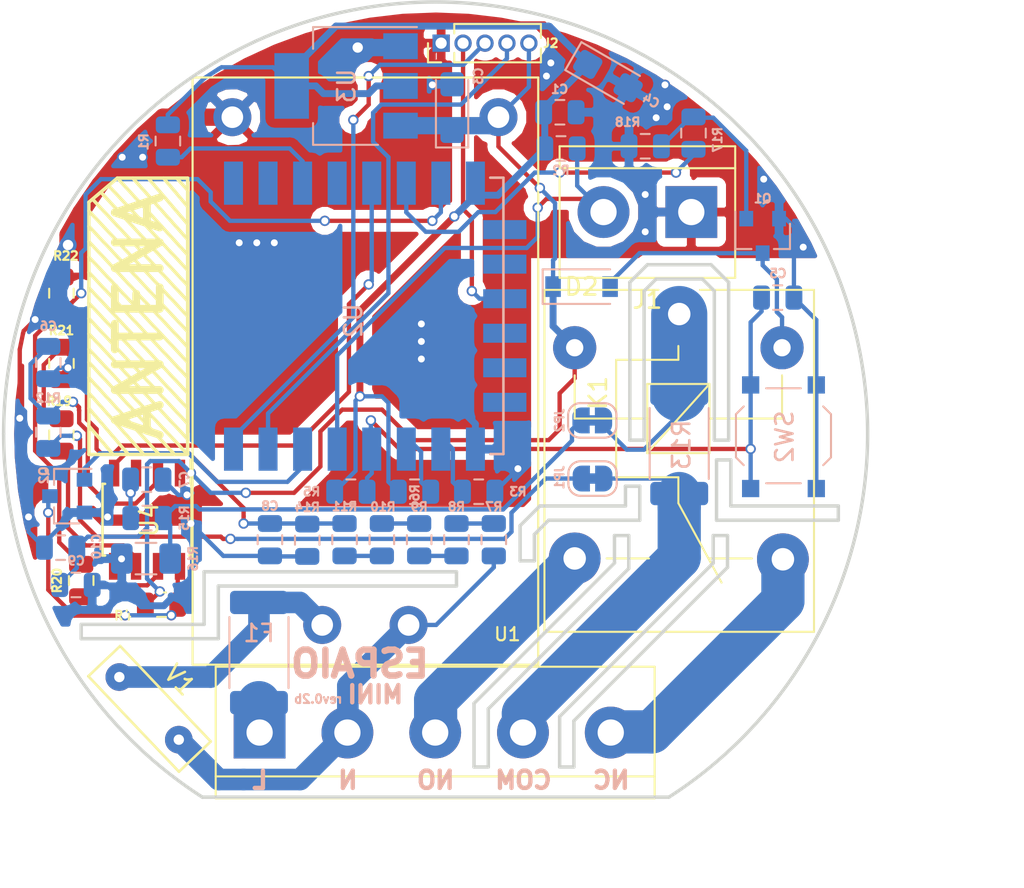
<source format=kicad_pcb>
(kicad_pcb (version 20171130) (host pcbnew "(5.0.1)-4")
  (layers (0 F.Cu signal) (31 B.Cu signal) (34 B.Paste user) (35 F.Paste user) (36 B.SilkS user) (37 F.SilkS user) (38 B.Mask user) (39 F.Mask user) (44 Edge.Cuts user))
  (net 0 "")
  (net 1 +3V3)
  (net 2 GND)
  (net 3 /CH_PD)
  (net 4 /GPIO15)
  (net 5 /GPIO4)
  (net 6 /GPIO0)
  (net 7 /GPIO2)
  (net 8 +5V)
  (net 9 /LINE_I)
  (net 10 /NEUTRAL)
  (net 11 "Net-(C6-Pad1)")
  (net 12 "Net-(C7-Pad1)")
  (net 13 /V2P)
  (net 14 /GPIO12)
  (net 15 "Net-(D2-Pad2)")
  (net 16 /NC)
  (net 17 /NO)
  (net 18 /RXD)
  (net 19 /TXD)
  (net 20 /LINE_L)
  (net 21 "Net-(Q1-Pad1)")
  (net 22 /GPIO5)
  (net 23 "Net-(R7-Pad1)")
  (net 24 "Net-(R8-Pad2)")
  (net 25 "Net-(R10-Pad1)")
  (net 26 "Net-(R10-Pad2)")
  (net 27 "Net-(R19-Pad1)")
  (net 28 /GPIO14)
  (net 29 /GPIO13)
  (net 30 "Net-(R20-Pad2)")
  (net 31 /LIVE)
  (net 32 "Net-(JP1-Pad1)")
  (net 33 "Net-(JP2-Pad1)")
  (net 34 "Net-(Q2-Pad3)")
  (net 35 /RESET)
  (net 36 /A0)
  (net 37 /GPIO16)
  (net 38 "Net-(U2-Pad17)")
  (net 39 "Net-(U2-Pad18)")
  (net 40 "Net-(U2-Pad21)")
  (net 41 "Net-(U2-Pad22)")
  (net 42 "Net-(10D471K1-Pad1)")
  (net 43 /GPIO9)
  (net 44 /GPIO10)
  (module Jumper:SolderJumper-2_P1.3mm_Bridged_RoundedPad1.0x1.5mm (layer B.Cu) (at 157.846 96.012)
    (fp_text reference JP2 (at -1.89 0 90) (layer B.SilkS) (effects (font (size 0.5 0.5) (thickness 0.125)) (justify mirror)))
    (fp_text value "LINE_L Jumper")
    (pad 2 smd custom (at 0.65 0) (size 1 0.5) (layers B.Cu B.Mask) (net 20 /LINE_L) (options (clearance outline) (anchor rect)) (primitives (gr_circle (center 0 -0.25) (end 0.5 -0.25) (width 0)) (gr_circle (center 0 0.25) (end 0.5 0.25) (width 0)) (gr_poly (pts (xy 0 0.75) (xy -0.5 0.75) (xy -0.5 -0.75) (xy 0 -0.75)) (width 0))))
    (pad 1 smd custom (at -0.65 0) (size 1 0.5) (layers B.Cu B.Mask) (net 33 "Net-(JP2-Pad1)") (options (clearance outline) (anchor rect)) (primitives (gr_circle (center 0 -0.25) (end 0.5 -0.25) (width 0)) (gr_circle (center 0 0.25) (end 0.5 0.25) (width 0)) (gr_poly (pts (xy 0 0.75) (xy 0.5 0.75) (xy 0.5 -0.75) (xy 0 -0.75)) (width 0)) (gr_poly (pts (xy 0.9 0.3) (xy 0.4 0.3) (xy 0.4 -0.3) (xy 0.9 -0.3)) (width 0))))
  )
  (module Jumper:SolderJumper-2_P1.3mm_Bridged_RoundedPad1.0x1.5mm (layer B.Cu) (at 157.861 99.3775)
    (fp_text reference JP1 (at -1.905 -0.0635 90) (layer B.SilkS) (effects (font (size 0.5 0.5) (thickness 0.125)) (justify mirror)))
    (fp_text value "LINE_I Jumper")
    (pad 2 smd custom (at 0.65 0) (size 1 0.5) (layers B.Cu B.Mask) (net 9 /LINE_I) (options (clearance outline) (anchor rect)) (primitives (gr_circle (center 0 -0.25) (end 0.5 -0.25) (width 0)) (gr_circle (center 0 0.25) (end 0.5 0.25) (width 0)) (gr_poly (pts (xy 0 0.75) (xy -0.5 0.75) (xy -0.5 -0.75) (xy 0 -0.75)) (width 0))))
    (pad 1 smd custom (at -0.65 0) (size 1 0.5) (layers B.Cu B.Mask) (net 32 "Net-(JP1-Pad1)") (options (clearance outline) (anchor rect)) (primitives (gr_circle (center 0 -0.25) (end 0.5 -0.25) (width 0)) (gr_circle (center 0 0.25) (end 0.5 0.25) (width 0)) (gr_poly (pts (xy 0 0.75) (xy 0.5 0.75) (xy 0.5 -0.75) (xy 0 -0.75)) (width 0)) (gr_poly (pts (xy 0.9 0.3) (xy 0.4 0.3) (xy 0.4 -0.3) (xy 0.9 -0.3)) (width 0))))
  )
  (module TerminalBlock:TerminalBlock_bornier-2_P5.08mm (layer F.Cu) (at 163.576 83.947 180)
    (fp_text reference J1 (at 2.54 -5.08 180) (layer F.SilkS))
    (fp_text value WALL_SW)
    (pad 1 thru_hole rect (at 0 0 180) (size 3 3) (drill 1.52) (layers *.Cu *.Mask) (net 2 GND))
    (pad 2 thru_hole circle (at 5.08 0 180) (size 3 3) (drill 1.52) (layers *.Cu *.Mask) (net 5 /GPIO4))
  )
  (module Capacitor_Tantalum_SMD:CP_EIA-3216-12_Kemet-S (layer B.Cu) (at 158.75 76.073 330)
    (fp_text reference C4 (at 2.874 0 330) (layer B.SilkS) (effects (font (size 0.5 0.5) (thickness 0.125)) (justify mirror)))
    (fp_text value 10uF)
    (pad 2 smd roundrect (at 1.35 0 330) (size 1.4 1.35) (layers B.Cu B.Paste B.Mask) (roundrect_rratio 0.185185) (net 2 GND))
    (pad 1 smd roundrect (at -1.35 0 330) (size 1.4 1.35) (layers B.Cu B.Paste B.Mask) (roundrect_rratio 0.185185) (net 1 +3V3))
  )
  (module Varistor:RV_Disc_D9mm_W3.3mm_P5mm (layer F.Cu) (at 130.937 110.433895 313.5)
    (fp_text reference V1 (at 2.54 -1.778 313.5) (layer F.SilkS))
    (fp_text value Varistor)
    (pad 1 thru_hole circle (at 0 0.635 313.5) (size 1.6 1.6) (drill 0.6) (layers *.Cu *.Mask) (net 42 "Net-(10D471K1-Pad1)"))
    (pad 2 thru_hole circle (at 5 0.635 313.5) (size 1.6 1.6) (drill 0.6) (layers *.Cu *.Mask) (net 10 /NEUTRAL))
  )
  (module Package_TO_SOT_SMD:SOT-223-3_TabPin2 (layer B.Cu) (at 143.5985 76.6445 180)
    (fp_text reference U3 (at -0.025 0 270) (layer B.SilkS) (effects (justify mirror)))
    (fp_text value AMS1117-3.3)
    (pad 2 smd rect (at 3.15 0 180) (size 2 3.8) (layers B.Cu B.Paste B.Mask) (net 1 +3V3))
    (pad 2 smd rect (at -3.15 0 180) (size 2 1.5) (layers B.Cu B.Paste B.Mask) (net 1 +3V3))
    (pad 3 smd rect (at -3.15 -2.3 180) (size 2 1.5) (layers B.Cu B.Paste B.Mask) (net 8 +5V))
    (pad 1 smd rect (at -3.15 2.3 180) (size 2 1.5) (layers B.Cu B.Paste B.Mask) (net 2 GND))
  )
  (module Package_SO:SOIC-8_3.9x4.9mm_P1.27mm (layer F.Cu) (at 132.08 101.76 270)
    (fp_text reference U4 (at 0 -0.127 270) (layer F.SilkS))
    (fp_text value HLW8012)
    (pad 1 smd rect (at -2.7 -1.905 270) (size 1.55 0.6) (layers F.Cu F.Paste F.Mask) (net 8 +5V))
    (pad 2 smd rect (at -2.7 -0.635 270) (size 1.55 0.6) (layers F.Cu F.Paste F.Mask) (net 11 "Net-(C6-Pad1)"))
    (pad 3 smd rect (at -2.7 0.635 270) (size 1.55 0.6) (layers F.Cu F.Paste F.Mask) (net 12 "Net-(C7-Pad1)"))
    (pad 4 smd rect (at -2.7 1.905 270) (size 1.55 0.6) (layers F.Cu F.Paste F.Mask) (net 13 /V2P))
    (pad 5 smd rect (at 2.7 1.905 270) (size 1.55 0.6) (layers F.Cu F.Paste F.Mask) (net 2 GND))
    (pad 6 smd rect (at 2.7 0.635 270) (size 1.55 0.6) (layers F.Cu F.Paste F.Mask) (net 27 "Net-(R19-Pad1)"))
    (pad 7 smd rect (at 2.7 -0.635 270) (size 1.55 0.6) (layers F.Cu F.Paste F.Mask) (net 30 "Net-(R20-Pad2)"))
    (pad 8 smd rect (at 2.7 -1.905 270) (size 1.55 0.6) (layers F.Cu F.Paste F.Mask) (net 34 "Net-(Q2-Pad3)"))
  )
  (module Resistor_SMD:R_0805_2012Metric (layer B.Cu) (at 149.987 102.9185 270)
    (fp_text reference R8 (at -1.9075 0) (layer B.SilkS) (effects (font (size 0.5 0.5) (thickness 0.125)) (justify mirror)))
    (fp_text value 470K)
    (pad 2 smd roundrect (at 0.9375 0 270) (size 0.975 1.4) (layers B.Cu B.Paste B.Mask) (net 24 "Net-(R8-Pad2)"))
    (pad 1 smd roundrect (at -0.9375 0 270) (size 0.975 1.4) (layers B.Cu B.Paste B.Mask) (net 23 "Net-(R7-Pad1)"))
  )
  (module Resistor_SMD:R_0805_2012Metric (layer B.Cu) (at 141.351 102.9485 270)
    (fp_text reference R14 (at -1.9075 0) (layer B.SilkS) (effects (font (size 0.5 0.5) (thickness 0.125)) (justify mirror)))
    (fp_text value 1K)
    (pad 2 smd roundrect (at 0.9375 0 270) (size 0.975 1.4) (layers B.Cu B.Paste B.Mask) (net 2 GND))
    (pad 1 smd roundrect (at -0.9375 0 270) (size 0.975 1.4) (layers B.Cu B.Paste B.Mask) (net 13 /V2P))
  )
  (module Resistor_SMD:R_0805_2012Metric (layer B.Cu) (at 147.828 102.9185 270)
    (fp_text reference R9 (at -1.900018 0) (layer B.SilkS) (effects (font (size 0.5 0.5) (thickness 0.125)) (justify mirror)))
    (fp_text value 470K)
    (pad 1 smd roundrect (at -0.9375 0 270) (size 0.975 1.4) (layers B.Cu B.Paste B.Mask) (net 25 "Net-(R10-Pad1)"))
    (pad 2 smd roundrect (at 0.9375 0 270) (size 0.975 1.4) (layers B.Cu B.Paste B.Mask) (net 24 "Net-(R8-Pad2)"))
  )
  (module Resistor_SMD:R_0805_2012Metric (layer B.Cu) (at 152.146 102.9185 270)
    (fp_text reference R7 (at -1.905018 0) (layer B.SilkS) (effects (font (size 0.5 0.5) (thickness 0.125)) (justify mirror)))
    (fp_text value 470K)
    (pad 1 smd roundrect (at -0.9375 0 270) (size 0.975 1.4) (layers B.Cu B.Paste B.Mask) (net 23 "Net-(R7-Pad1)"))
    (pad 2 smd roundrect (at 0.9375 0 270) (size 0.975 1.4) (layers B.Cu B.Paste B.Mask) (net 10 /NEUTRAL))
  )
  (module Resistor_SMD:R_0805_2012Metric (layer B.Cu) (at 143.51 102.9185 270)
    (fp_text reference R11 (at -1.92 0) (layer B.SilkS) (effects (font (size 0.5 0.5) (thickness 0.125)) (justify mirror)))
    (fp_text value 470K)
    (pad 1 smd roundrect (at -0.9375 0 270) (size 0.975 1.4) (layers B.Cu B.Paste B.Mask) (net 13 /V2P))
    (pad 2 smd roundrect (at 0.9375 0 270) (size 0.975 1.4) (layers B.Cu B.Paste B.Mask) (net 26 "Net-(R10-Pad2)"))
  )
  (module Resistor_SMD:R_0805_2012Metric (layer B.Cu) (at 145.669 102.9185 270)
    (fp_text reference R10 (at -1.900018 -0.0635) (layer B.SilkS) (effects (font (size 0.5 0.5) (thickness 0.125)) (justify mirror)))
    (fp_text value 470K)
    (pad 2 smd roundrect (at 0.9375 0 270) (size 0.975 1.4) (layers B.Cu B.Paste B.Mask) (net 26 "Net-(R10-Pad2)"))
    (pad 1 smd roundrect (at -0.9375 0 270) (size 0.975 1.4) (layers B.Cu B.Paste B.Mask) (net 25 "Net-(R10-Pad1)"))
  )
  (module Package_TO_SOT_SMD:SOT-23 (layer B.Cu) (at 167.706 85.328 270)
    (fp_text reference Q1 (at -2.159 0 180) (layer B.SilkS) (effects (font (size 0.5 0.5) (thickness 0.125)) (justify mirror)))
    (fp_text value 2N7002)
    (pad 3 smd rect (at 1 0 270) (size 0.9 0.8) (layers B.Cu B.Paste B.Mask) (net 15 "Net-(D2-Pad2)"))
    (pad 2 smd rect (at -1 -0.95 270) (size 0.9 0.8) (layers B.Cu B.Paste B.Mask) (net 2 GND))
    (pad 1 smd rect (at -1 0.95 270) (size 0.9 0.8) (layers B.Cu B.Paste B.Mask) (net 21 "Net-(Q1-Pad1)"))
  )
  (module Power_Supply:HLK-PM01 (layer F.Cu) (at 144.7165 93.1545 90)
    (fp_text reference U1 (at -15.24 8.215 180) (layer F.SilkS) (effects (font (size 0.762 0.762) (thickness 0.127))))
    (fp_text value HLK-PM01)
    (pad 1 thru_hole circle (at -14.7 -2.5 90) (size 2.2 2.2) (drill 1.25) (layers *.Cu *.Mask) (net 42 "Net-(10D471K1-Pad1)"))
    (pad 2 thru_hole circle (at -14.7 2.5 90) (size 2.2 2.2) (drill 1.25) (layers *.Cu *.Mask) (net 10 /NEUTRAL))
    (pad 3 thru_hole circle (at 14.7 -7.7 90) (size 2.2 2.2) (drill 1.25) (layers *.Cu *.Mask) (net 2 GND))
    (pad 4 thru_hole circle (at 14.7 7.7 90) (size 2.2 2.2) (drill 1.25) (layers *.Cu *.Mask) (net 8 +5V))
  )
  (module Relay_THT:Relay_SPDT_SANYOU_SRD_Series_Form_C (layer F.Cu) (at 162.8775 89.8525 270)
    (fp_text reference K1 (at 4.572 4.699 270) (layer F.SilkS))
    (fp_text value Relé)
    (pad 2 thru_hole circle (at 1.95 6.05) (size 2.5 2.5) (drill 1) (layers *.Cu *.Mask) (net 8 +5V))
    (pad 3 thru_hole circle (at 14.15 6.05) (size 3 3) (drill 1.3) (layers *.Cu *.Mask) (net 17 /NO))
    (pad 4 thru_hole circle (at 14.2 -6) (size 3 3) (drill 1.3) (layers *.Cu *.Mask) (net 16 /NC))
    (pad 5 thru_hole circle (at 1.95 -5.95) (size 2.5 2.5) (drill 1) (layers *.Cu *.Mask) (net 15 "Net-(D2-Pad2)"))
    (pad 1 thru_hole circle (at 0 0) (size 3 3) (drill 1.3) (layers *.Cu *.Mask) (net 20 /LINE_L))
  )
  (module ESP8266:ESP-12E_SMD (layer B.Cu) (at 137.0825 82.9735 270)
    (fp_text reference U2 (at 7.26 -6.9355 90) (layer B.SilkS) (effects (justify mirror)))
    (fp_text value ESP-12E hide)
    (pad 1 smd rect (at 0 0 270) (size 2.5 1.1) (drill (offset -0.7 0)) (layers B.Cu B.Paste B.Mask) (net 35 /RESET))
    (pad 2 smd rect (at 0 -2 270) (size 2.5 1.1) (drill (offset -0.7 0)) (layers B.Cu B.Paste B.Mask) (net 36 /A0))
    (pad 3 smd rect (at 0 -4 270) (size 2.5 1.1) (drill (offset -0.7 0)) (layers B.Cu B.Paste B.Mask) (net 3 /CH_PD))
    (pad 4 smd rect (at 0 -6 270) (size 2.5 1.1) (drill (offset -0.7 0)) (layers B.Cu B.Paste B.Mask) (net 37 /GPIO16))
    (pad 5 smd rect (at 0 -8 270) (size 2.5 1.1) (drill (offset -0.7 0)) (layers B.Cu B.Paste B.Mask) (net 28 /GPIO14))
    (pad 6 smd rect (at 0 -10 270) (size 2.5 1.1) (drill (offset -0.7 0)) (layers B.Cu B.Paste B.Mask) (net 14 /GPIO12))
    (pad 7 smd rect (at 0 -12 270) (size 2.5 1.1) (drill (offset -0.7 0)) (layers B.Cu B.Paste B.Mask) (net 29 /GPIO13))
    (pad 8 smd rect (at 0 -14 270) (size 2.5 1.1) (drill (offset -0.7 0)) (layers B.Cu B.Paste B.Mask) (net 1 +3V3))
    (pad 9 smd rect (at 14 -14 270) (size 2.5 1.1) (drill (offset 0.7 0)) (layers B.Cu B.Paste B.Mask) (net 2 GND))
    (pad 10 smd rect (at 14 -12 270) (size 2.5 1.1) (drill (offset 0.7 0)) (layers B.Cu B.Paste B.Mask) (net 4 /GPIO15))
    (pad 11 smd rect (at 14 -10 270) (size 2.5 1.1) (drill (offset 0.7 0)) (layers B.Cu B.Paste B.Mask) (net 7 /GPIO2))
    (pad 12 smd rect (at 14 -8 270) (size 2.5 1.1) (drill (offset 0.7 0)) (layers B.Cu B.Paste B.Mask) (net 6 /GPIO0))
    (pad 13 smd rect (at 14 -6 270) (size 2.5 1.1) (drill (offset 0.7 0)) (layers B.Cu B.Paste B.Mask) (net 5 /GPIO4))
    (pad 14 smd rect (at 14 -4 270) (size 2.5 1.1) (drill (offset 0.7 0)) (layers B.Cu B.Paste B.Mask) (net 22 /GPIO5))
    (pad 15 smd rect (at 14 -2 270) (size 2.5 1.1) (drill (offset 0.7 0)) (layers B.Cu B.Paste B.Mask) (net 18 /RXD))
    (pad 16 smd rect (at 14 0 270) (size 2.5 1.1) (drill (offset 0.7 0)) (layers B.Cu B.Paste B.Mask) (net 19 /TXD))
    (pad 17 smd rect (at 1.99 -15 180) (size 2.5 1.1) (drill (offset -0.7 0)) (layers B.Cu B.Paste B.Mask) (net 38 "Net-(U2-Pad17)"))
    (pad 18 smd rect (at 3.99 -15 180) (size 2.5 1.1) (drill (offset -0.7 0)) (layers B.Cu B.Paste B.Mask) (net 39 "Net-(U2-Pad18)"))
    (pad 19 smd rect (at 5.99 -15 180) (size 2.5 1.1) (drill (offset -0.7 0)) (layers B.Cu B.Paste B.Mask) (net 43 /GPIO9))
    (pad 20 smd rect (at 7.99 -15 180) (size 2.5 1.1) (drill (offset -0.7 0)) (layers B.Cu B.Paste B.Mask) (net 44 /GPIO10))
    (pad 21 smd rect (at 9.99 -15 180) (size 2.5 1.1) (drill (offset -0.7 0)) (layers B.Cu B.Paste B.Mask) (net 40 "Net-(U2-Pad21)"))
    (pad 22 smd rect (at 11.99 -15 180) (size 2.5 1.1) (drill (offset -0.7 0)) (layers B.Cu B.Paste B.Mask) (net 41 "Net-(U2-Pad22)"))
  )
  (module Capacitor_SMD:C_0805_2012Metric (layer B.Cu) (at 155.971 78.1685)
    (fp_text reference C1 (at -0.015 -1.3335) (layer B.SilkS) (effects (font (size 0.5 0.5) (thickness 0.125)) (justify mirror)))
    (fp_text value 100nF)
    (pad 2 smd roundrect (at 0.9375 0) (size 0.975 1.4) (layers B.Cu B.Paste B.Mask) (net 2 GND))
    (pad 1 smd roundrect (at -0.9375 0) (size 0.975 1.4) (layers B.Cu B.Paste B.Mask) (net 1 +3V3))
  )
  (module Capacitor_SMD:C_0805_2012Metric (layer B.Cu) (at 126.365 92.6615 270)
    (fp_text reference C6 (at -2.1105 0 180) (layer B.SilkS) (effects (font (size 0.5 0.5) (thickness 0.125)) (justify mirror)))
    (fp_text value 33nF)
    (pad 1 smd roundrect (at -0.9375 0 270) (size 0.975 1.4) (layers B.Cu B.Paste B.Mask) (net 11 "Net-(C6-Pad1)"))
    (pad 2 smd roundrect (at 0.9375 0 270) (size 0.975 1.4) (layers B.Cu B.Paste B.Mask) (net 2 GND))
  )
  (module Capacitor_SMD:C_0805_2012Metric (layer B.Cu) (at 132.065 99.441)
    (fp_text reference C7 (at 2.174 0 90) (layer B.SilkS) (effects (font (size 0.5 0.5) (thickness 0.125)) (justify mirror)))
    (fp_text value 33nF)
    (pad 2 smd roundrect (at 0.9375 0) (size 0.975 1.4) (layers B.Cu B.Paste B.Mask) (net 2 GND))
    (pad 1 smd roundrect (at -0.9375 0) (size 0.975 1.4) (layers B.Cu B.Paste B.Mask) (net 12 "Net-(C7-Pad1)"))
  )
  (module Capacitor_SMD:C_0805_2012Metric (layer B.Cu) (at 139.192 102.9185 270)
    (fp_text reference C8 (at -1.9535 0) (layer B.SilkS) (effects (font (size 0.5 0.5) (thickness 0.125)) (justify mirror)))
    (fp_text value 100nF)
    (pad 1 smd roundrect (at -0.9375 0 270) (size 0.975 1.4) (layers B.Cu B.Paste B.Mask) (net 13 /V2P))
    (pad 2 smd roundrect (at 0.9375 0 270) (size 0.975 1.4) (layers B.Cu B.Paste B.Mask) (net 2 GND))
  )
  (module Capacitor_SMD:C_0805_2012Metric (layer B.Cu) (at 127.9675 105.537 180)
    (fp_text reference C9 (at -0.015 1.397 180) (layer B.SilkS) (effects (font (size 0.5 0.5) (thickness 0.125)) (justify mirror)))
    (fp_text value 1uF)
    (pad 2 smd roundrect (at 0.9375 0 180) (size 0.975 1.4) (layers B.Cu B.Paste B.Mask) (net 8 +5V))
    (pad 1 smd roundrect (at -0.9375 0 180) (size 0.975 1.4) (layers B.Cu B.Paste B.Mask) (net 2 GND))
  )
  (module Capacitor_SMD:C_0805_2012Metric (layer B.Cu) (at 127.0785 103.378)
    (fp_text reference C10 (at 2.0805 -0.0635 90) (layer B.SilkS) (effects (font (size 0.5 0.5) (thickness 0.125)) (justify mirror)))
    (fp_text value 100nF)
    (pad 1 smd roundrect (at -0.9375 0) (size 0.975 1.4) (layers B.Cu B.Paste B.Mask) (net 2 GND))
    (pad 2 smd roundrect (at 0.9375 0) (size 0.975 1.4) (layers B.Cu B.Paste B.Mask) (net 8 +5V))
  )
  (module Package_TO_SOT_SMD:SOT-23 (layer B.Cu) (at 127.4605 100.396 180)
    (fp_text reference Q2 (at 1.3495 1.209 90) (layer B.SilkS) (effects (font (size 0.5 0.5) (thickness 0.125)) (justify mirror)))
    (fp_text value 2N7002)
    (pad 1 smd rect (at -1 0.95 180) (size 0.9 0.8) (layers B.Cu B.Paste B.Mask) (net 22 /GPIO5))
    (pad 2 smd rect (at -1 -0.95 180) (size 0.9 0.8) (layers B.Cu B.Paste B.Mask) (net 2 GND))
    (pad 3 smd rect (at 1 0 180) (size 0.9 0.8) (layers B.Cu B.Paste B.Mask) (net 34 "Net-(Q2-Pad3)"))
  )
  (module Resistor_SMD:R_0805_2012Metric (layer B.Cu) (at 133.2865 79.8345 90)
    (fp_text reference R1 (at -0.0485 -1.397 270) (layer B.SilkS) (effects (font (size 0.5 0.5) (thickness 0.125)) (justify mirror)))
    (fp_text value 10K)
    (pad 2 smd roundrect (at 0.9375 0 90) (size 0.975 1.4) (layers B.Cu B.Paste B.Mask) (net 1 +3V3))
    (pad 1 smd roundrect (at -0.9375 0 90) (size 0.975 1.4) (layers B.Cu B.Paste B.Mask) (net 3 /CH_PD))
  )
  (module Resistor_SMD:R_0805_2012Metric (layer B.Cu) (at 151.272 100.1395)
    (fp_text reference R3 (at 2.271 0) (layer B.SilkS) (effects (font (size 0.5 0.5) (thickness 0.125)) (justify mirror)))
    (fp_text value 10K)
    (pad 2 smd roundrect (at 0.9375 0) (size 0.975 1.4) (layers B.Cu B.Paste B.Mask) (net 2 GND))
    (pad 1 smd roundrect (at -0.9375 0) (size 0.975 1.4) (layers B.Cu B.Paste B.Mask) (net 4 /GPIO15))
  )
  (module Resistor_SMD:R_0805_2012Metric (layer B.Cu) (at 143.876 100.1395)
    (fp_text reference R5 (at -2.271 0) (layer B.SilkS) (effects (font (size 0.5 0.5) (thickness 0.125)) (justify mirror)))
    (fp_text value 10K)
    (pad 1 smd roundrect (at -0.9375 0) (size 0.975 1.4) (layers B.Cu B.Paste B.Mask) (net 1 +3V3))
    (pad 2 smd roundrect (at 0.9375 0) (size 0.975 1.4) (layers B.Cu B.Paste B.Mask) (net 6 /GPIO0))
  )
  (module Resistor_SMD:R_0805_2012Metric (layer B.Cu) (at 147.559 100.1395)
    (fp_text reference R6 (at 0.015 0.0635 90) (layer B.SilkS) (effects (font (size 0.5 0.5) (thickness 0.125)) (justify mirror)))
    (fp_text value 10K)
    (pad 1 smd roundrect (at -0.9375 0) (size 0.975 1.4) (layers B.Cu B.Paste B.Mask) (net 1 +3V3))
    (pad 2 smd roundrect (at 0.9375 0) (size 0.975 1.4) (layers B.Cu B.Paste B.Mask) (net 7 /GPIO2))
  )
  (module Resistor_SMD:R_0805_2012Metric (layer B.Cu) (at 126.365 96.6955 90)
    (fp_text reference R12 (at 1.9835 0) (layer B.SilkS) (effects (font (size 0.5 0.5) (thickness 0.125)) (justify mirror)))
    (fp_text value 1K)
    (pad 2 smd roundrect (at 0.9375 0 90) (size 0.975 1.4) (layers B.Cu B.Paste B.Mask) (net 11 "Net-(C6-Pad1)"))
    (pad 1 smd roundrect (at -0.9375 0 90) (size 0.975 1.4) (layers B.Cu B.Paste B.Mask) (net 32 "Net-(JP1-Pad1)"))
  )
  (module Resistor_SMD:R_0805_2012Metric (layer B.Cu) (at 132.08 101.6635 180)
    (fp_text reference R15 (at -2.159 0 270) (layer B.SilkS) (effects (font (size 0.5 0.5) (thickness 0.125)) (justify mirror)))
    (fp_text value 1K)
    (pad 1 smd roundrect (at -0.9375 0 180) (size 0.975 1.4) (layers B.Cu B.Paste B.Mask) (net 33 "Net-(JP2-Pad1)"))
    (pad 2 smd roundrect (at 0.9375 0 180) (size 0.975 1.4) (layers B.Cu B.Paste B.Mask) (net 12 "Net-(C7-Pad1)"))
  )
  (module Resistor_SMD:R_0805_2012Metric (layer B.Cu) (at 163.703 79.375 270)
    (fp_text reference R17 (at 0.381 -1.397 270) (layer B.SilkS) (effects (font (size 0.5 0.5) (thickness 0.125)) (justify mirror)))
    (fp_text value 1K)
    (pad 1 smd roundrect (at -0.9375 0 270) (size 0.975 1.4) (layers B.Cu B.Paste B.Mask) (net 21 "Net-(Q1-Pad1)"))
    (pad 2 smd roundrect (at 0.9375 0 270) (size 0.975 1.4) (layers B.Cu B.Paste B.Mask) (net 14 /GPIO12))
  )
  (module Resistor_SMD:R_0805_2012Metric (layer B.Cu) (at 160.909 80.137)
    (fp_text reference R18 (at -1.016 -1.397 -180) (layer B.SilkS) (effects (font (size 0.5 0.5) (thickness 0.125)) (justify mirror)))
    (fp_text value 10K)
    (pad 2 smd roundrect (at 0.9375 0) (size 0.975 1.4) (layers B.Cu B.Paste B.Mask) (net 21 "Net-(Q1-Pad1)"))
    (pad 1 smd roundrect (at -0.9375 0) (size 0.975 1.4) (layers B.Cu B.Paste B.Mask) (net 2 GND))
  )
  (module Resistor_SMD:R_0805_2012Metric (layer F.Cu) (at 127.127 96.8525 90)
    (fp_text reference R19 (at 1.9535 -0.127) (layer F.SilkS) (effects (font (size 0.5 0.5) (thickness 0.125))))
    (fp_text value 10K)
    (pad 2 smd roundrect (at 0.9375 0 90) (size 0.975 1.4) (layers F.Cu F.Paste F.Mask) (net 28 /GPIO14))
    (pad 1 smd roundrect (at -0.9375 0 90) (size 0.975 1.4) (layers F.Cu F.Paste F.Mask) (net 27 "Net-(R19-Pad1)"))
  )
  (module Resistor_SMD:R_0805_2012Metric (layer F.Cu) (at 128.27 105.283 270)
    (fp_text reference R20 (at 0 1.397 90) (layer F.SilkS) (effects (font (size 0.5 0.5) (thickness 0.125))))
    (fp_text value 10K)
    (pad 1 smd roundrect (at -0.9375 0 270) (size 0.975 1.4) (layers F.Cu F.Paste F.Mask) (net 29 /GPIO13))
    (pad 2 smd roundrect (at 0.9375 0 270) (size 0.975 1.4) (layers F.Cu F.Paste F.Mask) (net 30 "Net-(R20-Pad2)"))
  )
  (module Resistor_SMD:R_0805_2012Metric (layer F.Cu) (at 127.127 92.71 90)
    (fp_text reference R21 (at 1.905 0) (layer F.SilkS) (effects (font (size 0.5 0.5) (thickness 0.125))))
    (fp_text value 15K)
    (pad 2 smd roundrect (at 0.9375 0 90) (size 0.975 1.4) (layers F.Cu F.Paste F.Mask) (net 28 /GPIO14))
    (pad 1 smd roundrect (at -0.9375 0 90) (size 0.975 1.4) (layers F.Cu F.Paste F.Mask) (net 2 GND))
  )
  (module Resistor_SMD:R_0805_2012Metric (layer F.Cu) (at 127.127 88.646 270)
    (fp_text reference R22 (at -2.159 -0.254 180) (layer F.SilkS) (effects (font (size 0.5 0.5) (thickness 0.125))))
    (fp_text value 15K)
    (pad 1 smd roundrect (at -0.9375 0 270) (size 0.975 1.4) (layers F.Cu F.Paste F.Mask) (net 2 GND))
    (pad 2 smd roundrect (at 0.9375 0 270) (size 0.975 1.4) (layers F.Cu F.Paste F.Mask) (net 29 /GPIO13))
  )
  (module Resistor_SMD:R_2512_6332Metric (layer B.Cu) (at 162.8775 97.3455 90)
    (fp_text reference R13 (at -0.075 0.127 90) (layer B.SilkS) (effects (justify mirror)))
    (fp_text value R001)
    (pad 1 smd roundrect (at -2.9 0 90) (size 1.35 3.35) (layers B.Cu B.Paste B.Mask) (roundrect_rratio 0.185185) (net 9 /LINE_I))
    (pad 2 smd roundrect (at 2.9 0 90) (size 1.35 3.35) (layers B.Cu B.Paste B.Mask) (roundrect_rratio 0.185185) (net 20 /LINE_L))
  )
  (module Resistor_SMD:R_1206_3216Metric (layer B.Cu) (at 132.0195 104.013 180)
    (fp_text reference R16 (at -2.7275 0 90) (layer B.SilkS) (effects (font (size 0.5 0.5) (thickness 0.125)) (justify mirror)))
    (fp_text value 0R)
    (pad 1 smd roundrect (at -1.4 0 180) (size 1.25 1.75) (layers B.Cu B.Paste B.Mask) (roundrect_rratio 0.2) (net 33 "Net-(JP2-Pad1)"))
    (pad 2 smd roundrect (at 1.4 0 180) (size 1.25 1.75) (layers B.Cu B.Paste B.Mask) (roundrect_rratio 0.2) (net 2 GND))
  )
  (module Resistor_SMD:R_0805_2012Metric (layer F.Cu) (at 132.9205 106.68 180)
    (fp_text reference R4 (at 2.2375 -0.635 180) (layer F.SilkS) (effects (font (size 0.5 0.5) (thickness 0.125))))
    (fp_text value 10K)
    (pad 1 smd roundrect (at -0.9375 0 180) (size 0.975 1.4) (layers F.Cu F.Paste F.Mask) (net 34 "Net-(Q2-Pad3)"))
    (pad 2 smd roundrect (at 0.9375 0 180) (size 0.975 1.4) (layers F.Cu F.Paste F.Mask) (net 8 +5V))
  )
  (module Capacitor_Tantalum_SMD:CP_EIA-3216-12_Kemet-S (layer B.Cu) (at 149.733 77.898 90)
    (fp_text reference C3 (at 1.825 1.524 90) (layer B.SilkS) (effects (font (size 0.5 0.5) (thickness 0.125)) (justify mirror)))
    (fp_text value 10uF)
    (pad 1 smd roundrect (at -1.35 0 90) (size 1.4 1.35) (layers B.Cu B.Paste B.Mask) (roundrect_rratio 0.185185) (net 8 +5V))
    (pad 2 smd roundrect (at 1.35 0 90) (size 1.4 1.35) (layers B.Cu B.Paste B.Mask) (roundrect_rratio 0.185185) (net 2 GND))
  )
  (module Diode_SMD:D_SOD-123 (layer B.Cu) (at 157.227 88.265)
    (fp_text reference D2 (at 0 0) (layer F.SilkS))
    (fp_text value 1N4148)
    (pad 1 smd rect (at -1.65 0) (size 0.9 1.2) (layers B.Cu B.Paste B.Mask) (net 8 +5V))
    (pad 2 smd rect (at 1.65 0) (size 0.9 1.2) (layers B.Cu B.Paste B.Mask) (net 15 "Net-(D2-Pad2)"))
  )
  (module TerminalBlock:TerminalBlock_bornier-5_P5.08mm (layer F.Cu) (at 138.5951 114.0841)
    (fp_text reference J3 hide)
    (fp_text value Screw_Terminal_01x05)
    (pad 2 thru_hole circle (at 5.08 0) (size 3 3) (drill 1.52) (layers *.Cu *.Mask) (net 10 /NEUTRAL))
    (pad 3 thru_hole circle (at 10.16 0) (size 3 3) (drill 1.52) (layers *.Cu *.Mask) (net 17 /NO))
    (pad 1 thru_hole rect (at 0 0) (size 3 3) (drill 1.52) (layers *.Cu *.Mask) (net 31 /LIVE))
    (pad 4 thru_hole circle (at 15.24 0) (size 3 3) (drill 1.52) (layers *.Cu *.Mask) (net 9 /LINE_I))
    (pad 5 thru_hole circle (at 20.32 0) (size 3 3) (drill 1.52) (layers *.Cu *.Mask) (net 16 /NC))
  )
  (module Capacitor_SMD:C_0805_2012Metric (layer B.Cu) (at 168.5775 88.9 180)
    (fp_text reference C5 (at -0.015 1.397 180) (layer B.SilkS) (effects (font (size 0.5 0.5) (thickness 0.125)) (justify mirror)))
    (fp_text value 100nF)
    (pad 1 smd roundrect (at -0.9375 0 180) (size 0.975 1.4) (layers B.Cu B.Paste B.Mask) (net 2 GND))
    (pad 2 smd roundrect (at 0.9375 0 180) (size 0.975 1.4) (layers B.Cu B.Paste B.Mask) (net 6 /GPIO0))
  )
  (module Button_Switch_SMD:SW_SPST_TL3342 (layer B.Cu) (at 168.91 96.901 270)
    (fp_text reference SW2 (at 0.0635 -0.0635 270) (layer B.SilkS) (effects (justify mirror)))
    (fp_text value PROG_SWITCH)
    (pad 1 smd rect (at -2.944 1.9 270) (size 1 1) (layers B.Cu B.Paste B.Mask) (net 6 /GPIO0))
    (pad 1 smd rect (at 3.056 1.9 270) (size 1 1) (layers B.Cu B.Paste B.Mask) (net 6 /GPIO0))
    (pad 2 smd rect (at -2.944 -1.9 270) (size 1 1) (layers B.Cu B.Paste B.Mask) (net 2 GND))
    (pad 2 smd rect (at 3.056 -1.9 270) (size 1 1) (layers B.Cu B.Paste B.Mask) (net 2 GND))
  )
  (module Connector_PinHeader_1.27mm:PinHeader_1x05_P1.27mm_Vertical (layer F.Cu) (at 149.098 74.168 90)
    (fp_text reference J2 (at 0 6.35 180) (layer F.SilkS) (effects (font (size 0.5 0.5) (thickness 0.125))))
    (fp_text value PROG)
    (pad 1 thru_hole rect (at 0 0 90) (size 1 1) (drill 0.65) (layers *.Cu *.Mask) (net 2 GND))
    (pad 2 thru_hole oval (at 0 1.27 90) (size 1 1) (drill 0.65) (layers *.Cu *.Mask) (net 43 /GPIO9))
    (pad 3 thru_hole oval (at 0 2.54 90) (size 1 1) (drill 0.65) (layers *.Cu *.Mask) (net 19 /TXD))
    (pad 4 thru_hole oval (at 0 3.81 90) (size 1 1) (drill 0.65) (layers *.Cu *.Mask) (net 18 /RXD))
    (pad 5 thru_hole oval (at 0 5.08 90) (size 1 1) (drill 0.65) (layers *.Cu *.Mask) (net 8 +5V))
  )
  (module Fuse:Fuse_2512_6332Metric (layer B.Cu) (at 138.557 109.453 90)
    (fp_text reference F1 (at 1.122 0 180) (layer B.SilkS) (effects (justify mirror)))
    (fp_text value SF-2410FP050W-2)
    (pad 1 smd roundrect (at -2.9 0 90) (size 1.35 3.35) (layers B.Cu B.Paste B.Mask) (roundrect_rratio 0.185185) (net 31 /LIVE))
    (pad 2 smd roundrect (at 2.9 0 90) (size 1.35 3.35) (layers B.Cu B.Paste B.Mask) (roundrect_rratio 0.185185) (net 42 "Net-(10D471K1-Pad1)"))
  )
  (module Resistor_SMD:R_0805_2012Metric (layer B.Cu) (at 156.0345 80.264)
    (fp_text reference R2 (at 0 1.27) (layer B.SilkS) (effects (font (size 0.5 0.5) (thickness 0.125)) (justify mirror)))
    (fp_text value 10K)
    (pad 1 smd roundrect (at -0.9375 0) (size 0.975 1.4) (layers B.Cu B.Paste B.Mask) (net 1 +3V3))
    (pad 2 smd roundrect (at 0.9375 0) (size 0.975 1.4) (layers B.Cu B.Paste B.Mask) (net 5 /GPIO4))
  )
  (gr_line (start 165.0365 101.7905) (end 165.0365 98.298) (layer Edge.Cuts) (width 0.2))
  (gr_line (start 172.085 101.7905) (end 165.0365 101.7905) (layer Edge.Cuts) (width 0.2))
  (gr_line (start 172.085 100.965) (end 172.085 101.7905) (layer Edge.Cuts) (width 0.2))
  (gr_line (start 165.862 100.965) (end 172.085 100.965) (layer Edge.Cuts) (width 0.2))
  (gr_line (start 165.862 98.298) (end 165.862 100.965) (layer Edge.Cuts) (width 0.2))
  (gr_line (start 165.0365 98.298) (end 165.862 98.298) (layer Edge.Cuts) (width 0.2))
  (gr_line (start 153.67 102.108) (end 154.813 100.965) (layer Edge.Cuts) (width 0.2))
  (gr_line (start 154.4955 102.616) (end 155.321 101.7905) (layer Edge.Cuts) (width 0.2))
  (gr_line (start 165.735 88.011) (end 165.735 97.155) (layer Edge.Cuts) (width 0.2))
  (gr_line (start 164.211 87.8205) (end 164.9095 88.519) (layer Edge.Cuts) (width 0.2))
  (gr_line (start 164.719 86.995) (end 165.735 88.011) (layer Edge.Cuts) (width 0.2))
  (gr_line (start 160.02 88.011) (end 161.036 86.995) (layer Edge.Cuts) (width 0.2))
  (gr_line (start 160.8455 88.519) (end 161.544 87.8205) (layer Edge.Cuts) (width 0.2))
  (gr_line (start 161.036 86.995) (end 164.719 86.995) (layer Edge.Cuts) (width 0.2))
  (gr_line (start 160.02 97.155) (end 160.02 88.011) (layer Edge.Cuts) (width 0.2))
  (gr_line (start 164.9095 97.155) (end 165.735 97.155) (layer Edge.Cuts) (width 0.2))
  (gr_line (start 164.9095 88.519) (end 164.9095 97.155) (layer Edge.Cuts) (width 0.2))
  (gr_line (start 161.544 87.8205) (end 164.211 87.8205) (layer Edge.Cuts) (width 0.2))
  (gr_line (start 160.8455 97.155) (end 160.8455 88.519) (layer Edge.Cuts) (width 0.2))
  (gr_line (start 160.02 97.155) (end 160.8455 97.155) (layer Edge.Cuts) (width 0.2))
  (gr_line (start 153.67 102.108) (end 153.67 104.14) (layer Edge.Cuts) (width 0.2))
  (gr_line (start 159.766 100.965) (end 154.813 100.965) (layer Edge.Cuts) (width 0.2))
  (gr_line (start 159.766 99.822) (end 159.766 100.965) (layer Edge.Cuts) (width 0.2))
  (gr_line (start 160.5915 99.822) (end 159.766 99.822) (layer Edge.Cuts) (width 0.2))
  (gr_line (start 160.5915 101.7905) (end 160.5915 99.822) (layer Edge.Cuts) (width 0.2))
  (gr_line (start 155.321 101.7905) (end 160.5915 101.7905) (layer Edge.Cuts) (width 0.2))
  (gr_line (start 154.4955 104.14) (end 154.4955 102.616) (layer Edge.Cuts) (width 0.2))
  (gr_line (start 153.67 104.14) (end 154.4955 104.14) (layer Edge.Cuts) (width 0.2))
  (gr_line (start 135.382 104.775) (end 149.987 104.775) (layer Edge.Cuts) (width 0.2))
  (gr_line (start 149.987 105.6005) (end 136.2075 105.6005) (layer Edge.Cuts) (width 0.2))
  (gr_line (start 136.2075 108.6485) (end 136.2075 105.6005) (layer Edge.Cuts) (width 0.2))
  (gr_line (start 128.27 108.6485) (end 136.2075 108.6485) (layer Edge.Cuts) (width 0.2))
  (gr_line (start 149.987 104.775) (end 149.987 105.6005) (layer Edge.Cuts) (width 0.2))
  (gr_line (start 135.382 107.823) (end 135.382 104.775) (layer Edge.Cuts) (width 0.2))
  (gr_line (start 128.27 107.823) (end 135.382 107.823) (layer Edge.Cuts) (width 0.2))
  (gr_line (start 128.27 108.6485) (end 128.27 107.823) (layer Edge.Cuts) (width 0.2))
  (gr_line (start 164.846 102.6795) (end 165.6715 102.6795) (layer Edge.Cuts) (width 0.2))
  (gr_line (start 159.131 102.6795) (end 159.9565 102.6795) (layer Edge.Cuts) (width 0.2))
  (gr_line (start 155.956 116.078) (end 156.7815 116.078) (layer Edge.Cuts) (width 0.2))
  (gr_line (start 151.003 116.078) (end 151.8285 116.078) (layer Edge.Cuts) (width 0.2))
  (gr_line (start 164.846 104.267) (end 164.846 102.6795) (layer Edge.Cuts) (width 0.2))
  (gr_line (start 165.6715 104.521) (end 156.7815 113.411) (layer Edge.Cuts) (width 0.2))
  (gr_line (start 155.956 113.157) (end 164.846 104.267) (layer Edge.Cuts) (width 0.2))
  (gr_line (start 165.6715 102.6795) (end 165.6715 104.521) (layer Edge.Cuts) (width 0.2))
  (gr_line (start 155.956 116.078) (end 155.956 113.157) (layer Edge.Cuts) (width 0.2))
  (gr_line (start 156.7815 116.078) (end 156.7815 113.411) (layer Edge.Cuts) (width 0.2))
  (gr_line (start 159.9565 104.5845) (end 151.8285 112.7125) (layer Edge.Cuts) (width 0.2))
  (gr_line (start 159.9565 102.6795) (end 159.9565 104.5845) (layer Edge.Cuts) (width 0.2))
  (gr_line (start 159.131 104.267) (end 159.131 102.6795) (layer Edge.Cuts) (width 0.2))
  (gr_line (start 151.003 112.395) (end 159.131 104.267) (layer Edge.Cuts) (width 0.2))
  (gr_line (start 151.003 116.078) (end 151.003 112.395) (layer Edge.Cuts) (width 0.2))
  (gr_line (start 151.8285 116.078) (end 151.8285 112.7125) (layer Edge.Cuts) (width 0.2))
  (gr_arc (start 148.7805 96.7835) (end 123.780501 96.7835) (angle -57.31636166) (layer Edge.Cuts) (width 0.2))
  (gr_arc (start 148.7805 96.7835) (end 162.2805 117.825125) (angle -237.3163606) (layer Edge.Cuts) (width 0.2))
  (gr_line (start 135.280501 117.825125) (end 162.2805 117.825125) (layer Edge.Cuts) (width 0.2))
  (gr_text rev0.2b (at 141.986 112.141) (layer B.SilkS) (effects (font (size 0.5 0.5) (thickness 0.125)) (justify mirror)))
  (gr_text MINI (at 145.288 111.887) (layer B.SilkS) (effects (font (size 1 1) (thickness 0.25)) (justify mirror)))
  (gr_line (start 133.7945 81.9785) (end 134.4295 82.677) (layer F.SilkS) (width 0.2))
  (gr_line (start 128.7145 83.3755) (end 130.3655 81.9785) (layer F.SilkS) (width 0.2))
  (gr_text COM (at 153.8605 116.84) (layer B.SilkS) (effects (font (size 1 1) (thickness 0.25)) (justify mirror)))
  (gr_line (start 128.7145 90.9955) (end 134.4295 97.0915) (layer F.SilkS) (width 0.2))
  (gr_line (start 128.7145 90.1065) (end 134.4295 96.2025) (layer F.SilkS) (width 0.2))
  (gr_line (start 128.7145 89.2175) (end 134.4295 95.3135) (layer F.SilkS) (width 0.2))
  (gr_line (start 128.7145 88.3285) (end 134.4295 94.4245) (layer F.SilkS) (width 0.2))
  (gr_line (start 128.7145 87.4395) (end 134.4295 93.5355) (layer F.SilkS) (width 0.2))
  (gr_line (start 128.7145 86.5505) (end 134.4295 92.6465) (layer F.SilkS) (width 0.2))
  (gr_line (start 128.7145 85.6615) (end 134.4295 91.7575) (layer F.SilkS) (width 0.2))
  (gr_line (start 128.7145 84.7725) (end 134.4295 90.8685) (layer F.SilkS) (width 0.2))
  (gr_line (start 128.7145 83.8835) (end 134.4295 89.9795) (layer F.SilkS) (width 0.2))
  (gr_line (start 128.9685 83.2485) (end 134.4295 89.0905) (layer F.SilkS) (width 0.2))
  (gr_line (start 133.0325 81.9785) (end 134.4295 83.6295) (layer F.SilkS) (width 0.2))
  (gr_line (start 132.1435 81.9785) (end 134.4295 84.6455) (layer F.SilkS) (width 0.2))
  (gr_line (start 131.2545 81.9785) (end 134.4295 85.5345) (layer F.SilkS) (width 0.2))
  (gr_line (start 130.3655 81.9785) (end 134.4295 86.4235) (layer F.SilkS) (width 0.2))
  (gr_line (start 129.8575 82.423) (end 134.4295 87.3125) (layer F.SilkS) (width 0.2))
  (gr_line (start 129.413 82.804) (end 134.4295 88.2015) (layer F.SilkS) (width 0.2))
  (gr_line (start 134.4295 97.9805) (end 128.7145 91.8845) (layer F.SilkS) (width 0.2))
  (gr_line (start 133.6675 97.9805) (end 128.7145 92.6465) (layer F.SilkS) (width 0.2))
  (gr_line (start 132.7785 97.9805) (end 128.7145 93.5355) (layer F.SilkS) (width 0.2))
  (gr_line (start 131.8895 97.9805) (end 128.7145 94.4245) (layer F.SilkS) (width 0.2))
  (gr_line (start 131.0005 97.9805) (end 128.7145 95.3135) (layer F.SilkS) (width 0.2))
  (gr_line (start 130.1115 97.9805) (end 128.7145 96.3295) (layer F.SilkS) (width 0.2))
  (gr_line (start 128.7145 83.3755) (end 128.7145 97.9805) (layer F.SilkS) (width 0.2))
  (gr_line (start 134.4295 81.9785) (end 130.3655 81.9785) (layer F.SilkS) (width 0.2))
  (gr_line (start 134.4295 97.9805) (end 134.4295 81.9785) (layer F.SilkS) (width 0.2))
  (gr_line (start 128.7145 97.9805) (end 134.4295 97.9805) (layer F.SilkS) (width 0.2))
  (gr_text ANTENA (at 131.6355 89.9795 90) (layer F.SilkS) (effects (font (size 2.6 2.6) (thickness 0.45))))
  (gr_text NO (at 148.7805 116.84) (layer B.SilkS) (effects (font (size 1 1) (thickness 0.25)) (justify mirror)))
  (gr_text L (at 138.6205 116.84) (layer B.SilkS) (effects (font (size 1 1) (thickness 0.25)) (justify mirror)))
  (gr_text NC (at 158.9405 116.84) (layer B.SilkS) (effects (font (size 1 1) (thickness 0.25)) (justify mirror)))
  (gr_text N (at 143.7005 116.84) (layer B.SilkS) (effects (font (size 1 1) (thickness 0.25)) (justify mirror)))
  (gr_text ESPAIO (at 144.399 110.109) (layer B.SilkS) (effects (font (size 1.5 1.5) (thickness 0.375)) (justify mirror)))
  (segment (start 139.369 75.565) (end 140.4485 76.6445) (width 0.25) (layer B.Cu) (net 1))
  (segment (start 136.395731 75.565) (end 139.369 75.565) (width 0.25) (layer B.Cu) (net 1))
  (segment (start 136.244811 75.646564) (end 136.395731 75.565) (width 0.25) (layer B.Cu) (net 1))
  (segment (start 135.384682 76.204131) (end 136.244811 75.646564) (width 0.25) (layer B.Cu) (net 1))
  (segment (start 133.2865 78.897) (end 133.2865 78.302313) (width 0.25) (layer B.Cu) (net 1))
  (segment (start 133.2865 78.302313) (end 135.384682 76.204131) (width 0.25) (layer B.Cu) (net 1))
  (segment (start 155.0335 80.2005) (end 155.097 80.264) (width 0.25) (layer B.Cu) (net 1))
  (segment (start 152.3875 82.9735) (end 155.097 80.264) (width 0.4) (layer B.Cu) (net 1))
  (segment (start 151.0825 82.9735) (end 152.3875 82.9735) (width 0.4) (layer B.Cu) (net 1))
  (segment (start 155.097 77.881866) (end 157.580866 75.398) (width 0.4) (layer B.Cu) (net 1))
  (segment (start 155.097 80.264) (end 155.097 77.881866) (width 0.4) (layer B.Cu) (net 1))
  (segment (start 145.3485 76.6445) (end 146.7485 76.6445) (width 0.4) (layer B.Cu) (net 1))
  (segment (start 144.904 77.089) (end 145.3485 76.6445) (width 0.4) (layer B.Cu) (net 1))
  (segment (start 142.293 77.089) (end 144.904 77.089) (width 0.4) (layer B.Cu) (net 1))
  (segment (start 140.4485 76.6445) (end 141.8485 76.6445) (width 0.4) (layer B.Cu) (net 1))
  (segment (start 141.8485 76.6445) (end 142.293 77.089) (width 0.4) (layer B.Cu) (net 1))
  (via (at 149.86 84.200996) (size 0.6) (drill 0.4) (layers F.Cu B.Cu) (net 1))
  (segment (start 151.0825 82.9735) (end 151.0825 82.978496) (width 0.4) (layer B.Cu) (net 1))
  (segment (start 150.159999 83.900997) (end 149.86 84.200996) (width 0.4) (layer B.Cu) (net 1))
  (segment (start 151.0825 82.978496) (end 150.159999 83.900997) (width 0.4) (layer B.Cu) (net 1))
  (via (at 144.399 94.615) (size 0.6) (drill 0.4) (layers F.Cu B.Cu) (net 1))
  (segment (start 149.86 84.200996) (end 144.399 89.661996) (width 0.4) (layer F.Cu) (net 1))
  (segment (start 144.399 89.661996) (end 144.399 94.615) (width 0.4) (layer F.Cu) (net 1))
  (segment (start 145.669 94.615) (end 144.399 94.615) (width 0.25) (layer B.Cu) (net 1))
  (segment (start 146.05 94.996) (end 145.669 94.615) (width 0.25) (layer B.Cu) (net 1))
  (segment (start 146.6215 100.1395) (end 146.05 99.568) (width 0.25) (layer B.Cu) (net 1))
  (segment (start 146.05 99.568) (end 146.05 94.996) (width 0.25) (layer B.Cu) (net 1))
  (segment (start 144.145 94.869) (end 144.399 94.615) (width 0.25) (layer B.Cu) (net 1))
  (segment (start 142.9385 100.1395) (end 144.145 98.933) (width 0.25) (layer B.Cu) (net 1))
  (segment (start 144.145 98.933) (end 144.145 94.869) (width 0.25) (layer B.Cu) (net 1))
  (segment (start 156.997721 74.814855) (end 157.580866 75.398) (width 0.4) (layer B.Cu) (net 1))
  (segment (start 155.383531 73.200665) (end 156.997721 74.814855) (width 0.4) (layer B.Cu) (net 1))
  (segment (start 155.31272 73.178679) (end 155.383531 73.200665) (width 0.4) (layer B.Cu) (net 1))
  (segment (start 143.014321 73.178679) (end 155.31272 73.178679) (width 0.4) (layer B.Cu) (net 1))
  (segment (start 140.4485 76.6445) (end 140.4485 75.7445) (width 0.4) (layer B.Cu) (net 1))
  (segment (start 140.4485 75.7445) (end 143.014321 73.178679) (width 0.4) (layer B.Cu) (net 1))
  (segment (start 134.5565 105.3465) (end 134.5565 104.648) (width 0.25) (layer B.Cu) (net 2))
  (segment (start 134.5565 104.648) (end 134.9375 104.267) (width 0.25) (layer B.Cu) (net 2))
  (via (at 127.508 85.852) (size 1) (drill 0.6) (layers F.Cu B.Cu) (net 2))
  (segment (start 170.81 99.957) (end 170.81 93.957) (width 0.25) (layer B.Cu) (net 2))
  (segment (start 170.81 90.195) (end 170.81 93.957) (width 0.25) (layer B.Cu) (net 2))
  (segment (start 169.515 88.9) (end 170.81 90.195) (width 0.25) (layer B.Cu) (net 2))
  (segment (start 139.222 103.886) (end 139.192 103.856) (width 0.25) (layer B.Cu) (net 2))
  (segment (start 141.351 103.886) (end 139.222 103.886) (width 0.25) (layer B.Cu) (net 2))
  (segment (start 132.999066 78.4545) (end 131.860503 79.482561) (width 1) (layer F.Cu) (net 2))
  (segment (start 128.246305 83.978984) (end 127.508 85.275232) (width 1) (layer F.Cu) (net 2))
  (segment (start 137.0165 78.4545) (end 132.999066 78.4545) (width 1) (layer F.Cu) (net 2))
  (segment (start 131.860503 79.482561) (end 130.643022 80.772) (width 1) (layer F.Cu) (net 2))
  (segment (start 130.537529 80.883727) (end 129.330248 82.385706) (width 1) (layer F.Cu) (net 2))
  (segment (start 127.508 85.275232) (end 127.508 85.852) (width 1) (layer F.Cu) (net 2))
  (segment (start 129.330248 82.385706) (end 129.173713 82.615796) (width 1) (layer F.Cu) (net 2))
  (segment (start 129.173713 82.615796) (end 128.246305 83.978984) (width 1) (layer F.Cu) (net 2))
  (segment (start 169.037 84.328) (end 168.656 84.328) (width 0.25) (layer B.Cu) (net 2))
  (segment (start 169.515 88.9) (end 169.515 84.806) (width 0.25) (layer B.Cu) (net 2))
  (segment (start 169.515 84.806) (end 169.037 84.328) (width 0.25) (layer B.Cu) (net 2))
  (via (at 161.544 78.486) (size 0.6) (drill 0.4) (layers F.Cu B.Cu) (net 2))
  (via (at 162.179 77.851) (size 0.6) (drill 0.4) (layers F.Cu B.Cu) (net 2))
  (via (at 162.052 76.581) (size 0.6) (drill 0.4) (layers F.Cu B.Cu) (net 2))
  (via (at 160.909 82.931) (size 0.6) (drill 0.4) (layers F.Cu B.Cu) (net 2))
  (via (at 160.909 85.09) (size 0.6) (drill 0.4) (layers F.Cu B.Cu) (net 2))
  (via (at 155.448 75.311) (size 0.6) (drill 0.4) (layers F.Cu B.Cu) (net 2))
  (via (at 131.826 80.772) (size 0.6) (drill 0.4) (layers F.Cu B.Cu) (net 2))
  (segment (start 130.643022 80.772) (end 130.537529 80.883727) (width 1) (layer F.Cu) (net 2))
  (via (at 130.643022 80.772) (size 0.6) (drill 0.4) (layers F.Cu B.Cu) (net 2))
  (via (at 147.955 92.456) (size 0.6) (drill 0.4) (layers F.Cu B.Cu) (net 2))
  (via (at 147.955 91.44) (size 0.6) (drill 0.4) (layers F.Cu B.Cu) (net 2))
  (via (at 147.955 90.424) (size 0.6) (drill 0.4) (layers F.Cu B.Cu) (net 2))
  (segment (start 151.0825 96.9735) (end 151.0825 96.5995) (width 0.25) (layer B.Cu) (net 2))
  (segment (start 151.0825 96.9735) (end 151.0825 96.2185) (width 0.4) (layer B.Cu) (net 2))
  (segment (start 151.0825 96.2185) (end 149.987 95.123) (width 0.4) (layer B.Cu) (net 2))
  (via (at 167.767 82.042) (size 0.6) (drill 0.4) (layers F.Cu B.Cu) (net 2))
  (via (at 170.053 85.979) (size 0.6) (drill 0.4) (layers F.Cu B.Cu) (net 2))
  (via (at 148.59 76.581) (size 0.6) (drill 0.4) (layers F.Cu B.Cu) (net 2))
  (segment (start 148.59 74.676) (end 149.098 74.168) (width 0.4) (layer F.Cu) (net 2))
  (segment (start 148.59 76.581) (end 148.59 74.676) (width 0.4) (layer F.Cu) (net 2))
  (via (at 144.272 74.422) (size 1) (drill 0.6) (layers F.Cu B.Cu) (net 2))
  (segment (start 146.671 74.422) (end 146.7485 74.3445) (width 1) (layer B.Cu) (net 2))
  (segment (start 144.272 74.422) (end 146.671 74.422) (width 1) (layer B.Cu) (net 2))
  (via (at 124.714 95.885) (size 0.6) (drill 0.4) (layers F.Cu B.Cu) (net 2))
  (via (at 125.222 101.6) (size 0.6) (drill 0.4) (layers F.Cu B.Cu) (net 2))
  (segment (start 127.889 101.346) (end 128.4605 101.346) (width 0.25) (layer B.Cu) (net 2))
  (segment (start 126.141 103.378) (end 126.141 103.094) (width 0.25) (layer B.Cu) (net 2))
  (segment (start 126.141 103.094) (end 127.889 101.346) (width 0.25) (layer B.Cu) (net 2))
  (segment (start 125.222 102.459) (end 126.141 103.378) (width 0.25) (layer B.Cu) (net 2))
  (segment (start 125.222 101.6) (end 125.222 102.459) (width 0.25) (layer B.Cu) (net 2))
  (via (at 134.392484 100.323324) (size 0.6) (drill 0.4) (layers F.Cu B.Cu) (net 2))
  (segment (start 133.0025 99.441) (end 133.884824 100.323324) (width 0.25) (layer B.Cu) (net 2))
  (segment (start 133.96822 100.323324) (end 134.392484 100.323324) (width 0.25) (layer B.Cu) (net 2))
  (segment (start 133.884824 100.323324) (end 133.96822 100.323324) (width 0.25) (layer B.Cu) (net 2))
  (via (at 129.794 101.6) (size 0.6) (drill 0.4) (layers F.Cu B.Cu) (net 2))
  (via (at 134.62 101.981) (size 0.6) (drill 0.4) (layers F.Cu B.Cu) (net 2))
  (segment (start 136.495 103.856) (end 134.919999 102.280999) (width 0.25) (layer B.Cu) (net 2))
  (segment (start 134.919999 102.280999) (end 134.62 101.981) (width 0.25) (layer B.Cu) (net 2))
  (segment (start 139.192 103.856) (end 136.495 103.856) (width 0.25) (layer B.Cu) (net 2))
  (segment (start 152.2095 100.1395) (end 152.765737 99.583263) (width 0.25) (layer B.Cu) (net 2))
  (segment (start 152.765737 99.583263) (end 153.543 98.806) (width 0.25) (layer B.Cu) (net 2))
  (via (at 153.543 98.805998) (size 0.6) (drill 0.4) (layers F.Cu B.Cu) (net 2))
  (via (at 125.603 90.17) (size 0.6) (drill 0.4) (layers F.Cu B.Cu) (net 2))
  (segment (start 124.714 91.909074) (end 124.904136 90.966903) (width 0.25) (layer F.Cu) (net 2))
  (segment (start 124.714 95.885) (end 124.714 91.909074) (width 0.25) (layer F.Cu) (net 2))
  (segment (start 124.904136 90.966903) (end 124.943453 90.829547) (width 0.25) (layer F.Cu) (net 2))
  (segment (start 124.943453 90.829547) (end 125.603 90.17) (width 0.25) (layer F.Cu) (net 2))
  (via (at 127.508 92.964) (size 0.6) (drill 0.4) (layers F.Cu B.Cu) (net 2))
  (segment (start 126.365 93.599) (end 127 92.964) (width 0.25) (layer B.Cu) (net 2))
  (segment (start 127.083736 92.964) (end 127.508 92.964) (width 0.25) (layer B.Cu) (net 2))
  (segment (start 127 92.964) (end 127.083736 92.964) (width 0.25) (layer B.Cu) (net 2))
  (via (at 155.194 76.073) (size 0.6) (drill 0.4) (layers F.Cu B.Cu) (net 2))
  (via (at 139.446 85.725) (size 0.6) (drill 0.4) (layers F.Cu B.Cu) (net 2))
  (via (at 138.43 85.725) (size 0.6) (drill 0.4) (layers F.Cu B.Cu) (net 2))
  (via (at 137.414 85.725) (size 0.6) (drill 0.4) (layers F.Cu B.Cu) (net 2))
  (segment (start 131.318 106.299) (end 131.764018 106.745018) (width 0.4) (layer B.Cu) (net 2))
  (segment (start 131.764018 106.745018) (end 133.050986 106.745018) (width 0.4) (layer B.Cu) (net 2))
  (segment (start 133.050986 106.745018) (end 133.477 106.319004) (width 0.4) (layer B.Cu) (net 2))
  (segment (start 133.477 106.319004) (end 133.477 106.172) (width 0.4) (layer B.Cu) (net 2))
  (via (at 130.604308 104.028192) (size 0.6) (drill 0.4) (layers F.Cu B.Cu) (net 2))
  (segment (start 130.175 104.46) (end 130.175 104.4575) (width 0.25) (layer F.Cu) (net 2))
  (segment (start 130.175 104.4575) (end 130.604308 104.028192) (width 0.25) (layer F.Cu) (net 2))
  (segment (start 127.127 93.345) (end 127.508 92.964) (width 0.25) (layer F.Cu) (net 2))
  (segment (start 127.127 93.6475) (end 127.127 93.345) (width 0.25) (layer F.Cu) (net 2))
  (segment (start 155.066145 73.0288) (end 151.172131 73.0288) (width 0.25) (layer F.Cu) (net 2))
  (segment (start 155.448 75.311) (end 155.448 73.410655) (width 0.25) (layer F.Cu) (net 2))
  (segment (start 155.448 73.410655) (end 155.066145 73.0288) (width 0.25) (layer F.Cu) (net 2))
  (segment (start 151.172131 73.0288) (end 150.921999 72.778668) (width 0.25) (layer F.Cu) (net 2))
  (segment (start 155.448 75.311) (end 155.747999 75.011001) (width 0.25) (layer F.Cu) (net 2))
  (segment (start 155.747999 75.011001) (end 155.747999 74.213999) (width 0.25) (layer F.Cu) (net 2))
  (segment (start 155.747999 74.213999) (end 154.686 73.152) (width 0.25) (layer F.Cu) (net 2))
  (segment (start 155.448 75.311) (end 155.448 73.7235) (width 0.25) (layer F.Cu) (net 2))
  (segment (start 155.448 73.7235) (end 154.8765 73.152) (width 0.25) (layer F.Cu) (net 2))
  (segment (start 154.6225 73.2155) (end 153.543 73.2155) (width 0.25) (layer F.Cu) (net 2))
  (segment (start 155.747999 75.011001) (end 155.747999 74.340999) (width 0.25) (layer F.Cu) (net 2))
  (segment (start 155.747999 74.340999) (end 154.6225 73.2155) (width 0.25) (layer F.Cu) (net 2))
  (segment (start 141.0825 81.0115) (end 141.0825 82.9735) (width 0.25) (layer B.Cu) (net 3))
  (segment (start 140.335 80.264) (end 141.0825 81.0115) (width 0.25) (layer B.Cu) (net 3))
  (segment (start 134.5945 80.264) (end 140.335 80.264) (width 0.25) (layer B.Cu) (net 3))
  (segment (start 133.2865 80.772) (end 134.0865 80.772) (width 0.25) (layer B.Cu) (net 3))
  (segment (start 134.0865 80.772) (end 134.5945 80.264) (width 0.25) (layer B.Cu) (net 3))
  (segment (start 149.778263 97.669263) (end 149.0825 96.9735) (width 0.25) (layer B.Cu) (net 4))
  (segment (start 149.778263 99.583263) (end 149.778263 97.669263) (width 0.25) (layer B.Cu) (net 4))
  (segment (start 150.3345 100.1395) (end 149.778263 99.583263) (width 0.25) (layer B.Cu) (net 4))
  (segment (start 156.972 82.423) (end 158.496 83.947) (width 0.25) (layer B.Cu) (net 5))
  (segment (start 156.972 80.264) (end 156.972 82.423) (width 0.25) (layer B.Cu) (net 5))
  (via (at 154.686 83.693) (size 0.6) (drill 0.4) (layers F.Cu B.Cu) (net 5))
  (segment (start 154.048265 86.024999) (end 154.686 85.387264) (width 0.25) (layer B.Cu) (net 5))
  (segment (start 143.0825 92.24632) (end 149.303821 86.024999) (width 0.25) (layer B.Cu) (net 5))
  (segment (start 149.303821 86.024999) (end 154.048265 86.024999) (width 0.25) (layer B.Cu) (net 5))
  (segment (start 143.0825 96.9735) (end 143.0825 92.24632) (width 0.25) (layer B.Cu) (net 5))
  (segment (start 154.686 84.117264) (end 154.686 83.693) (width 0.25) (layer B.Cu) (net 5))
  (segment (start 154.686 85.387264) (end 154.686 84.117264) (width 0.25) (layer B.Cu) (net 5))
  (segment (start 155.194 83.185) (end 154.686 83.693) (width 0.25) (layer F.Cu) (net 5))
  (segment (start 158.496 83.947) (end 157.734 83.185) (width 0.25) (layer F.Cu) (net 5))
  (segment (start 157.734 83.185) (end 155.194 83.185) (width 0.25) (layer F.Cu) (net 5))
  (segment (start 167.01 93.207) (end 167.01 93.957) (width 0.25) (layer B.Cu) (net 6))
  (segment (start 167.01 90.33) (end 167.01 93.207) (width 0.25) (layer B.Cu) (net 6))
  (segment (start 167.64 89.7) (end 167.01 90.33) (width 0.25) (layer B.Cu) (net 6))
  (segment (start 167.64 88.9) (end 167.64 89.7) (width 0.25) (layer B.Cu) (net 6))
  (segment (start 145.0825 99.0705) (end 145.0825 96.9735) (width 0.25) (layer B.Cu) (net 6))
  (segment (start 144.8135 99.3395) (end 145.0825 99.0705) (width 0.25) (layer B.Cu) (net 6))
  (segment (start 144.8135 100.1395) (end 144.8135 99.3395) (width 0.25) (layer B.Cu) (net 6))
  (via (at 167.01 97.663) (size 0.6) (drill 0.4) (layers F.Cu B.Cu) (net 6))
  (segment (start 167.01 93.957) (end 167.01 97.663) (width 0.25) (layer B.Cu) (net 6))
  (segment (start 167.01 97.663) (end 167.01 99.957) (width 0.25) (layer B.Cu) (net 6))
  (segment (start 167.01 97.663) (end 146.685 97.663) (width 0.25) (layer F.Cu) (net 6))
  (segment (start 145.333999 96.311999) (end 145.034 96.012) (width 0.25) (layer F.Cu) (net 6))
  (segment (start 145.034 96.436264) (end 145.034 96.012) (width 0.25) (layer B.Cu) (net 6))
  (segment (start 145.034 96.925) (end 145.034 96.436264) (width 0.25) (layer B.Cu) (net 6))
  (segment (start 145.0825 96.9735) (end 145.034 96.925) (width 0.25) (layer B.Cu) (net 6))
  (via (at 145.034 96.012) (size 0.6) (drill 0.4) (layers F.Cu B.Cu) (net 6))
  (segment (start 146.685 97.663) (end 145.333999 96.311999) (width 0.25) (layer F.Cu) (net 6))
  (segment (start 147.940263 97.831263) (end 147.0825 96.9735) (width 0.25) (layer B.Cu) (net 7))
  (segment (start 147.940263 99.583263) (end 147.940263 97.831263) (width 0.25) (layer B.Cu) (net 7))
  (segment (start 148.4965 100.1395) (end 147.940263 99.583263) (width 0.25) (layer B.Cu) (net 7))
  (segment (start 151.9265 78.9445) (end 152.4165 78.4545) (width 1) (layer B.Cu) (net 8))
  (segment (start 146.7485 78.9445) (end 151.9265 78.9445) (width 1) (layer B.Cu) (net 8))
  (segment (start 154.178 76.693) (end 152.4165 78.4545) (width 0.25) (layer B.Cu) (net 8))
  (segment (start 154.178 74.168) (end 154.178 76.693) (width 0.25) (layer B.Cu) (net 8))
  (segment (start 128.016 104.551) (end 128.016 103.378) (width 0.25) (layer B.Cu) (net 8))
  (segment (start 127.03 105.537) (end 128.016 104.551) (width 0.25) (layer B.Cu) (net 8))
  (segment (start 155.577 90.552) (end 155.577 88.265) (width 0.4) (layer B.Cu) (net 8))
  (segment (start 156.8275 91.8025) (end 155.577 90.552) (width 0.4) (layer B.Cu) (net 8))
  (segment (start 155.577 88.265) (end 155.577 86.743) (width 0.25) (layer B.Cu) (net 8))
  (segment (start 155.577 86.743) (end 155.575 86.741) (width 0.25) (layer B.Cu) (net 8))
  (via (at 154.813 82.55) (size 0.6) (drill 0.4) (layers F.Cu B.Cu) (net 8))
  (segment (start 152.4165 80.1535) (end 152.4165 78.4545) (width 0.25) (layer F.Cu) (net 8))
  (segment (start 154.813 82.55) (end 152.4165 80.1535) (width 0.25) (layer F.Cu) (net 8))
  (segment (start 155.577 86.743) (end 155.692002 86.627998) (width 0.25) (layer B.Cu) (net 8))
  (segment (start 155.692002 83.429002) (end 155.112999 82.849999) (width 0.25) (layer B.Cu) (net 8))
  (segment (start 155.692002 86.627998) (end 155.692002 83.429002) (width 0.25) (layer B.Cu) (net 8))
  (segment (start 155.112999 82.849999) (end 154.813 82.55) (width 0.25) (layer B.Cu) (net 8))
  (segment (start 128.016 103.378) (end 128.651 102.743) (width 0.25) (layer B.Cu) (net 8))
  (via (at 134.620022 99.06) (size 0.6) (drill 0.4) (layers F.Cu B.Cu) (net 8))
  (segment (start 133.985 99.06) (end 134.620022 99.06) (width 0.25) (layer F.Cu) (net 8))
  (segment (start 128.651 102.743) (end 131.56735 102.743) (width 0.25) (layer B.Cu) (net 8))
  (segment (start 132.08 98.552) (end 132.26499 98.36701) (width 0.25) (layer B.Cu) (net 8))
  (segment (start 132.26499 98.36701) (end 133.927032 98.36701) (width 0.25) (layer B.Cu) (net 8))
  (segment (start 134.320023 98.760001) (end 134.620022 99.06) (width 0.25) (layer B.Cu) (net 8))
  (segment (start 133.927032 98.36701) (end 134.320023 98.760001) (width 0.25) (layer B.Cu) (net 8))
  (segment (start 132.08 102.23035) (end 132.08 98.552) (width 0.25) (layer B.Cu) (net 8))
  (segment (start 131.56735 102.743) (end 132.08 102.23035) (width 0.25) (layer B.Cu) (net 8))
  (segment (start 156.8275 93.570266) (end 155.956 94.441766) (width 0.25) (layer F.Cu) (net 8))
  (segment (start 156.8275 91.8025) (end 156.8275 93.570266) (width 0.25) (layer F.Cu) (net 8))
  (segment (start 155.956 94.441766) (end 155.956 96.52) (width 0.25) (layer F.Cu) (net 8))
  (segment (start 155.956 96.52) (end 155.321 97.155) (width 0.25) (layer F.Cu) (net 8))
  (segment (start 155.321 97.155) (end 147.447 97.155) (width 0.25) (layer F.Cu) (net 8))
  (segment (start 145.678999 95.386999) (end 143.373001 95.386999) (width 0.25) (layer F.Cu) (net 8))
  (segment (start 147.447 97.155) (end 145.678999 95.386999) (width 0.25) (layer F.Cu) (net 8))
  (segment (start 143.373001 95.386999) (end 142.113 96.647) (width 0.25) (layer F.Cu) (net 8))
  (segment (start 142.113 96.647) (end 142.113 98.679) (width 0.25) (layer F.Cu) (net 8))
  (segment (start 142.113 98.679) (end 140.589 100.203) (width 0.25) (layer F.Cu) (net 8))
  (via (at 137.795 100.203) (size 0.6) (drill 0.4) (layers F.Cu B.Cu) (net 8))
  (segment (start 140.589 100.203) (end 137.795 100.203) (width 0.25) (layer F.Cu) (net 8))
  (segment (start 135.763022 100.203) (end 134.620022 99.06) (width 0.25) (layer B.Cu) (net 8))
  (segment (start 137.795 100.203) (end 135.763022 100.203) (width 0.25) (layer B.Cu) (net 8))
  (segment (start 131.983 106.553) (end 132.186093 106.553) (width 0.25) (layer F.Cu) (net 8))
  (segment (start 132.186093 106.553) (end 132.821093 105.918) (width 0.25) (layer F.Cu) (net 8))
  (segment (start 132.821093 105.918) (end 132.827066 105.912027) (width 0.25) (layer F.Cu) (net 8))
  (via (at 132.821093 105.918) (size 0.6) (drill 0.4) (layers F.Cu B.Cu) (net 8))
  (segment (start 132.08 105.176907) (end 132.08 104.775) (width 0.25) (layer B.Cu) (net 8))
  (segment (start 132.821093 105.918) (end 132.08 105.176907) (width 0.25) (layer B.Cu) (net 8))
  (segment (start 132.08 102.23035) (end 132.08 104.775) (width 0.25) (layer B.Cu) (net 8))
  (segment (start 162.0095 99.3775) (end 162.8775 100.2455) (width 0.25) (layer B.Cu) (net 9))
  (segment (start 158.511 99.3775) (end 162.0095 99.3775) (width 0.25) (layer B.Cu) (net 9))
  (segment (start 162.8775 101.0205) (end 162.8775 100.2455) (width 2.5) (layer B.Cu) (net 9))
  (segment (start 162.8775 103.9495) (end 162.8775 101.0205) (width 2.5) (layer B.Cu) (net 9))
  (segment (start 153.8605 114.046) (end 153.8605 112.9665) (width 2.5) (layer B.Cu) (net 9))
  (segment (start 153.8605 112.9665) (end 162.8775 103.9495) (width 2.5) (layer B.Cu) (net 9))
  (segment (start 142.200501 115.545999) (end 143.7005 114.046) (width 1.25) (layer B.Cu) (net 10))
  (segment (start 140.942385 116.804115) (end 142.200501 115.545999) (width 1.25) (layer B.Cu) (net 10))
  (segment (start 143.7005 111.3705) (end 147.2165 107.8545) (width 1.25) (layer B.Cu) (net 10))
  (segment (start 143.7005 114.046) (end 143.7005 111.3705) (width 1.25) (layer B.Cu) (net 10))
  (segment (start 136.224403 116.804115) (end 137.668 116.804115) (width 1.25) (layer B.Cu) (net 10))
  (segment (start 133.91816 114.497872) (end 136.224403 116.804115) (width 1.25) (layer B.Cu) (net 10))
  (segment (start 137.668 116.804115) (end 140.942385 116.804115) (width 1.25) (layer B.Cu) (net 10))
  (segment (start 152.146 104.4435) (end 152.146 103.856) (width 0.25) (layer B.Cu) (net 10))
  (segment (start 152.146 104.521) (end 152.146 104.4435) (width 0.25) (layer B.Cu) (net 10))
  (segment (start 147.2165 107.8545) (end 148.8125 107.8545) (width 0.25) (layer B.Cu) (net 10))
  (segment (start 148.8125 107.8545) (end 152.146 104.521) (width 0.25) (layer B.Cu) (net 10))
  (segment (start 125.808763 92.280237) (end 126.365 91.724) (width 0.25) (layer B.Cu) (net 11))
  (segment (start 125.33999 92.74901) (end 125.808763 92.280237) (width 0.25) (layer B.Cu) (net 11))
  (segment (start 125.33999 94.73299) (end 125.33999 92.74901) (width 0.25) (layer B.Cu) (net 11))
  (segment (start 126.365 95.758) (end 125.33999 94.73299) (width 0.25) (layer B.Cu) (net 11))
  (segment (start 126.365 95.758) (end 127.18798 94.93502) (width 0.25) (layer B.Cu) (net 11))
  (via (at 127.791323 94.93502) (size 0.6) (drill 0.4) (layers F.Cu B.Cu) (net 11))
  (segment (start 127.18798 94.93502) (end 127.367059 94.93502) (width 0.25) (layer B.Cu) (net 11))
  (segment (start 127.367059 94.93502) (end 127.791323 94.93502) (width 0.25) (layer B.Cu) (net 11))
  (segment (start 127.82802 94.93502) (end 127.791323 94.93502) (width 0.25) (layer F.Cu) (net 11))
  (segment (start 128.143 95.25) (end 127.82802 94.93502) (width 0.25) (layer F.Cu) (net 11))
  (segment (start 128.15201 96.14801) (end 128.15201 95.43566) (width 0.25) (layer F.Cu) (net 11))
  (segment (start 128.15201 95.43566) (end 128.143 95.42665) (width 0.25) (layer F.Cu) (net 11))
  (segment (start 132.715 99.535) (end 131.421999 100.828001) (width 0.25) (layer F.Cu) (net 11))
  (segment (start 128.143 95.42665) (end 128.143 95.25) (width 0.25) (layer F.Cu) (net 11))
  (segment (start 131.421999 100.828001) (end 129.784001 100.828001) (width 0.25) (layer F.Cu) (net 11))
  (segment (start 128.651 99.695) (end 128.651 96.647) (width 0.25) (layer F.Cu) (net 11))
  (segment (start 129.784001 100.828001) (end 128.651 99.695) (width 0.25) (layer F.Cu) (net 11))
  (segment (start 132.715 99.06) (end 132.715 99.535) (width 0.25) (layer F.Cu) (net 11))
  (segment (start 128.651 96.647) (end 128.15201 96.14801) (width 0.25) (layer F.Cu) (net 11))
  (segment (start 131.1275 101.6485) (end 131.1425 101.6635) (width 0.25) (layer B.Cu) (net 12))
  (via (at 131.1275 100.203) (size 0.6) (drill 0.4) (layers F.Cu B.Cu) (net 12))
  (segment (start 131.445 99.8855) (end 131.1275 100.203) (width 0.25) (layer F.Cu) (net 12))
  (segment (start 131.445 99.06) (end 131.445 99.8855) (width 0.25) (layer F.Cu) (net 12))
  (segment (start 131.1275 99.441) (end 131.1275 100.203) (width 0.25) (layer B.Cu) (net 12))
  (segment (start 131.1275 100.203) (end 131.1275 101.6485) (width 0.25) (layer B.Cu) (net 12))
  (segment (start 139.192 101.981) (end 143.51 101.981) (width 0.25) (layer B.Cu) (net 13))
  (via (at 137.668 101.981) (size 0.6) (drill 0.4) (layers F.Cu B.Cu) (net 13))
  (segment (start 137.668 101.981) (end 139.192 101.981) (width 0.25) (layer B.Cu) (net 13))
  (segment (start 130.175 99.06) (end 130.175 98.585) (width 0.25) (layer F.Cu) (net 13))
  (segment (start 137.668 101.556736) (end 137.668 101.981) (width 0.25) (layer F.Cu) (net 13))
  (segment (start 137.668 101.082998) (end 137.668 101.556736) (width 0.25) (layer F.Cu) (net 13))
  (segment (start 134.502002 97.917) (end 137.668 101.082998) (width 0.25) (layer F.Cu) (net 13))
  (segment (start 130.843 97.917) (end 134.502002 97.917) (width 0.25) (layer F.Cu) (net 13))
  (segment (start 130.175 98.585) (end 130.843 97.917) (width 0.25) (layer F.Cu) (net 13))
  (segment (start 163.703 80.645) (end 163.703 80.3125) (width 0.25) (layer B.Cu) (net 14))
  (segment (start 162.687 81.661) (end 162.687 81.661) (width 0.25) (layer B.Cu) (net 14))
  (segment (start 162.687 81.661) (end 163.703 80.645) (width 0.25) (layer B.Cu) (net 14))
  (via (at 162.687 81.661) (size 0.6) (drill 0.4) (layers F.Cu B.Cu) (net 14))
  (via (at 155.955998 81.661) (size 0.6) (drill 0.4) (layers F.Cu B.Cu) (net 14))
  (segment (start 162.687 81.661) (end 155.955998 81.661) (width 0.25) (layer F.Cu) (net 14))
  (segment (start 155.531734 81.661) (end 155.955998 81.661) (width 0.25) (layer B.Cu) (net 14))
  (segment (start 154.522998 81.661) (end 155.531734 81.661) (width 0.25) (layer B.Cu) (net 14))
  (segment (start 147.0825 83.9635) (end 148.209 85.09) (width 0.25) (layer B.Cu) (net 14))
  (segment (start 147.0825 82.9735) (end 147.0825 83.9635) (width 0.25) (layer B.Cu) (net 14))
  (segment (start 148.209 85.09) (end 150.114 85.09) (width 0.25) (layer B.Cu) (net 14))
  (segment (start 150.114 85.09) (end 151.257 83.947) (width 0.25) (layer B.Cu) (net 14))
  (segment (start 151.257 83.947) (end 152.236998 83.947) (width 0.25) (layer B.Cu) (net 14))
  (segment (start 152.236998 83.947) (end 154.522998 81.661) (width 0.25) (layer B.Cu) (net 14))
  (segment (start 167.706 87.028) (end 167.706 86.328) (width 0.25) (layer B.Cu) (net 15))
  (segment (start 168.529 87.851) (end 167.706 87.028) (width 0.25) (layer B.Cu) (net 15))
  (segment (start 168.529 89.736234) (end 168.529 87.851) (width 0.25) (layer B.Cu) (net 15))
  (segment (start 168.8275 91.8025) (end 168.8275 90.034734) (width 0.25) (layer B.Cu) (net 15))
  (segment (start 168.8275 90.034734) (end 168.529 89.736234) (width 0.25) (layer B.Cu) (net 15))
  (segment (start 167.056 86.328) (end 167.706 86.328) (width 0.25) (layer B.Cu) (net 15))
  (segment (start 160.58071 86.328) (end 167.056 86.328) (width 0.25) (layer B.Cu) (net 15))
  (segment (start 158.877 88.03171) (end 160.58071 86.328) (width 0.25) (layer B.Cu) (net 15))
  (segment (start 158.877 88.265) (end 158.877 88.03171) (width 0.25) (layer B.Cu) (net 15))
  (segment (start 168.8775 106.4585) (end 168.8775 104.0525) (width 2.5) (layer B.Cu) (net 16))
  (segment (start 158.9405 114.046) (end 161.29 114.046) (width 2.5) (layer B.Cu) (net 16))
  (segment (start 161.29 114.046) (end 168.8775 106.4585) (width 2.5) (layer B.Cu) (net 16))
  (segment (start 156.8275 104.1575) (end 156.8275 104.0025) (width 2.5) (layer B.Cu) (net 17))
  (segment (start 148.7805 114.046) (end 148.7805 112.2045) (width 2.5) (layer B.Cu) (net 17))
  (segment (start 148.7805 112.2045) (end 156.8275 104.1575) (width 2.5) (layer B.Cu) (net 17))
  (segment (start 139.0825 95.60991) (end 139.0825 96.9735) (width 0.25) (layer B.Cu) (net 18))
  (segment (start 146.05 88.64241) (end 139.0825 95.60991) (width 0.25) (layer B.Cu) (net 18))
  (segment (start 152.908 75.06119) (end 150.24519 77.724) (width 0.25) (layer B.Cu) (net 18))
  (segment (start 146.05 80.772) (end 146.05 88.64241) (width 0.25) (layer B.Cu) (net 18))
  (segment (start 152.908 74.168) (end 152.908 75.06119) (width 0.25) (layer B.Cu) (net 18))
  (segment (start 150.24519 77.724) (end 145.633998 77.724) (width 0.25) (layer B.Cu) (net 18))
  (segment (start 145.633998 77.724) (end 145.161 78.196998) (width 0.25) (layer B.Cu) (net 18))
  (segment (start 145.161 78.196998) (end 145.161 79.883) (width 0.25) (layer B.Cu) (net 18))
  (segment (start 145.161 79.883) (end 146.05 80.772) (width 0.25) (layer B.Cu) (net 18))
  (segment (start 151.138001 74.667999) (end 151.638 74.168) (width 0.25) (layer B.Cu) (net 19))
  (segment (start 150.386499 75.419501) (end 151.138001 74.667999) (width 0.25) (layer B.Cu) (net 19))
  (segment (start 144.018 90.038) (end 144.018 78.613) (width 0.25) (layer B.Cu) (net 19))
  (segment (start 137.0825 96.9735) (end 144.018 90.038) (width 0.25) (layer B.Cu) (net 19))
  (segment (start 144.907 76.073) (end 144.907 76.073) (width 0.25) (layer B.Cu) (net 19))
  (segment (start 145.560499 75.419501) (end 150.386499 75.419501) (width 0.25) (layer B.Cu) (net 19))
  (segment (start 144.018 78.613) (end 144.018 78.613) (width 0.25) (layer B.Cu) (net 19))
  (via (at 144.018 78.613) (size 0.6) (drill 0.4) (layers F.Cu B.Cu) (net 19))
  (segment (start 144.907 76.073) (end 145.560499 75.419501) (width 0.25) (layer B.Cu) (net 19))
  (via (at 144.907 76.073) (size 0.6) (drill 0.4) (layers F.Cu B.Cu) (net 19))
  (segment (start 144.907 77.724) (end 144.907 76.073) (width 0.25) (layer F.Cu) (net 19))
  (segment (start 144.018 78.613) (end 144.907 77.724) (width 0.25) (layer F.Cu) (net 19))
  (segment (start 162.8775 95.2205) (end 162.8775 94.4455) (width 0.25) (layer B.Cu) (net 20))
  (segment (start 162.8775 95.660554) (end 162.8775 95.2205) (width 0.25) (layer B.Cu) (net 20))
  (segment (start 160.831044 97.70701) (end 162.8775 95.660554) (width 0.25) (layer B.Cu) (net 20))
  (segment (start 159.843956 97.70701) (end 160.831044 97.70701) (width 0.25) (layer B.Cu) (net 20))
  (segment (start 158.496 96.012) (end 158.496 96.359054) (width 0.25) (layer B.Cu) (net 20))
  (segment (start 158.496 96.359054) (end 159.843956 97.70701) (width 0.25) (layer B.Cu) (net 20))
  (segment (start 162.8775 89.8525) (end 162.8775 94.4455) (width 3.25) (layer B.Cu) (net 20))
  (segment (start 163.546 78.4375) (end 163.703 78.4375) (width 0.25) (layer B.Cu) (net 21))
  (segment (start 161.8465 80.137) (end 163.546 78.4375) (width 0.25) (layer B.Cu) (net 21))
  (segment (start 166.756 80.396) (end 166.756 84.328) (width 0.25) (layer B.Cu) (net 21))
  (segment (start 164.846 78.486) (end 166.756 80.396) (width 0.25) (layer B.Cu) (net 21))
  (segment (start 163.703 78.4375) (end 163.7515 78.486) (width 0.25) (layer B.Cu) (net 21))
  (segment (start 163.7515 78.486) (end 164.846 78.486) (width 0.25) (layer B.Cu) (net 21))
  (segment (start 141.0825 98.6935) (end 141.0825 96.9735) (width 0.25) (layer B.Cu) (net 22))
  (segment (start 128.4605 98.796) (end 129.3395 97.917) (width 0.25) (layer B.Cu) (net 22))
  (segment (start 128.4605 99.446) (end 128.4605 98.796) (width 0.25) (layer B.Cu) (net 22))
  (segment (start 129.3395 97.917) (end 134.493 97.917) (width 0.25) (layer B.Cu) (net 22))
  (segment (start 134.493 97.917) (end 136.144 99.568) (width 0.25) (layer B.Cu) (net 22))
  (segment (start 136.144 99.568) (end 140.208 99.568) (width 0.25) (layer B.Cu) (net 22))
  (segment (start 140.208 99.568) (end 141.0825 98.6935) (width 0.25) (layer B.Cu) (net 22))
  (segment (start 149.987 101.981) (end 152.146 101.981) (width 0.25) (layer B.Cu) (net 23))
  (segment (start 149.987 103.856) (end 147.828 103.856) (width 0.25) (layer B.Cu) (net 24))
  (segment (start 145.669 101.981) (end 147.828 101.981) (width 0.25) (layer B.Cu) (net 25))
  (segment (start 145.669 103.856) (end 143.51 103.856) (width 0.25) (layer B.Cu) (net 26))
  (segment (start 127.508 98.171) (end 127.127 97.79) (width 0.25) (layer F.Cu) (net 27))
  (segment (start 127.508 102.235) (end 127.508 98.171) (width 0.25) (layer F.Cu) (net 27))
  (segment (start 128.524 103.251) (end 127.508 102.235) (width 0.25) (layer F.Cu) (net 27))
  (segment (start 130.711 103.251) (end 128.524 103.251) (width 0.25) (layer F.Cu) (net 27))
  (segment (start 131.445 104.46) (end 131.445 103.985) (width 0.25) (layer F.Cu) (net 27))
  (segment (start 131.445 103.985) (end 130.711 103.251) (width 0.25) (layer F.Cu) (net 27))
  (segment (start 126.570763 92.328737) (end 127.127 91.7725) (width 0.25) (layer F.Cu) (net 28))
  (segment (start 126.327 95.915) (end 126.10199 95.68999) (width 0.25) (layer F.Cu) (net 28))
  (segment (start 126.10199 92.79751) (end 126.570763 92.328737) (width 0.25) (layer F.Cu) (net 28))
  (segment (start 126.10199 95.68999) (end 126.10199 92.79751) (width 0.25) (layer F.Cu) (net 28))
  (segment (start 127.127 95.915) (end 126.327 95.915) (width 0.25) (layer F.Cu) (net 28))
  (segment (start 130.175 97.917) (end 130.62501 97.46699) (width 0.25) (layer F.Cu) (net 28))
  (segment (start 130.62501 97.46699) (end 135.19701 97.46699) (width 0.25) (layer F.Cu) (net 28))
  (segment (start 129.413 97.917) (end 130.175 97.917) (width 0.25) (layer F.Cu) (net 28))
  (segment (start 127.683237 92.328737) (end 127.797739 92.328737) (width 0.25) (layer F.Cu) (net 28))
  (segment (start 127.127 91.7725) (end 127.683237 92.328737) (width 0.25) (layer F.Cu) (net 28))
  (segment (start 127.797739 92.328737) (end 128.60202 93.133018) (width 0.25) (layer F.Cu) (net 28))
  (segment (start 129.159 97.663) (end 129.413 97.917) (width 0.25) (layer F.Cu) (net 28))
  (segment (start 128.60202 93.133018) (end 128.60202 95.96161) (width 0.25) (layer F.Cu) (net 28))
  (segment (start 128.60202 95.96161) (end 129.159 96.51859) (width 0.25) (layer F.Cu) (net 28))
  (segment (start 129.159 96.51859) (end 129.159 97.663) (width 0.25) (layer F.Cu) (net 28))
  (via (at 144.907 88.138) (size 0.6) (drill 0.4) (layers F.Cu B.Cu) (net 28))
  (segment (start 145.0825 82.9735) (end 145.0825 87.9625) (width 0.25) (layer B.Cu) (net 28))
  (segment (start 145.0825 87.9625) (end 144.907 88.138) (width 0.25) (layer B.Cu) (net 28))
  (segment (start 144.907 88.138) (end 143.764 89.281) (width 0.25) (layer F.Cu) (net 28))
  (segment (start 140.6566 97.46699) (end 135.19701 97.46699) (width 0.25) (layer F.Cu) (net 28))
  (segment (start 143.764 94.35959) (end 140.6566 97.46699) (width 0.25) (layer F.Cu) (net 28))
  (segment (start 143.764 89.281) (end 143.764 94.35959) (width 0.25) (layer F.Cu) (net 28))
  (segment (start 125.603 97.77035) (end 125.603 91.1075) (width 0.25) (layer F.Cu) (net 29))
  (segment (start 127 103.0755) (end 127 99.16735) (width 0.25) (layer F.Cu) (net 29))
  (segment (start 125.603 91.1075) (end 126.570763 90.139737) (width 0.25) (layer F.Cu) (net 29))
  (segment (start 128.27 104.3455) (end 127 103.0755) (width 0.25) (layer F.Cu) (net 29))
  (segment (start 127 99.16735) (end 125.603 97.77035) (width 0.25) (layer F.Cu) (net 29))
  (segment (start 126.570763 90.139737) (end 127.127 89.5835) (width 0.25) (layer F.Cu) (net 29))
  (via (at 128.27 88.646) (size 0.6) (drill 0.4) (layers F.Cu B.Cu) (net 29))
  (segment (start 127.127 89.5835) (end 127.3325 89.5835) (width 0.25) (layer F.Cu) (net 29))
  (segment (start 127.3325 89.5835) (end 128.27 88.646) (width 0.25) (layer F.Cu) (net 29))
  (segment (start 128.27 86.311002) (end 128.524 86.057002) (width 0.25) (layer B.Cu) (net 29))
  (segment (start 128.27 88.646) (end 128.27 86.311002) (width 0.25) (layer B.Cu) (net 29))
  (segment (start 128.524 86.057002) (end 128.524 82.931) (width 0.25) (layer B.Cu) (net 29))
  (segment (start 128.524 82.931) (end 129.413 82.042) (width 0.25) (layer B.Cu) (net 29))
  (segment (start 129.413 82.042) (end 134.874 82.042) (width 0.25) (layer B.Cu) (net 29))
  (segment (start 134.874 82.042) (end 135.001 82.042) (width 0.25) (layer B.Cu) (net 29))
  (segment (start 135.001 82.042) (end 135.763 82.804) (width 0.25) (layer B.Cu) (net 29))
  (segment (start 135.763 83.339002) (end 136.878998 84.455) (width 0.25) (layer B.Cu) (net 29))
  (segment (start 135.763 82.804) (end 135.763 83.339002) (width 0.25) (layer B.Cu) (net 29))
  (segment (start 136.878998 84.455) (end 142.367 84.455) (width 0.25) (layer B.Cu) (net 29))
  (via (at 142.367 84.455) (size 0.6) (drill 0.4) (layers F.Cu B.Cu) (net 29))
  (via (at 148.59 84.455) (size 0.6) (drill 0.4) (layers F.Cu B.Cu) (net 29))
  (segment (start 149.0825 82.9735) (end 149.0825 83.9625) (width 0.25) (layer B.Cu) (net 29))
  (segment (start 149.0825 83.9625) (end 148.59 84.455) (width 0.25) (layer B.Cu) (net 29))
  (segment (start 148.59 84.455) (end 142.367 84.455) (width 0.25) (layer F.Cu) (net 29))
  (segment (start 128.826237 105.664263) (end 128.27 106.2205) (width 0.25) (layer F.Cu) (net 30))
  (segment (start 128.930499 105.560001) (end 128.826237 105.664263) (width 0.25) (layer F.Cu) (net 30))
  (segment (start 132.089999 105.560001) (end 128.930499 105.560001) (width 0.25) (layer F.Cu) (net 30))
  (segment (start 132.715 104.935) (end 132.089999 105.560001) (width 0.25) (layer F.Cu) (net 30))
  (segment (start 132.715 104.46) (end 132.715 104.935) (width 0.25) (layer F.Cu) (net 30))
  (segment (start 138.557 113.9825) (end 138.6205 114.046) (width 2.5) (layer B.Cu) (net 31))
  (segment (start 138.557 112.353) (end 138.557 113.9825) (width 2.5) (layer B.Cu) (net 31))
  (segment (start 153.17101 102.46034) (end 152.76135 102.87) (width 0.25) (layer B.Cu) (net 32))
  (segment (start 157.211 99.3775) (end 155.15121 99.3775) (width 0.25) (layer B.Cu) (net 32))
  (segment (start 153.17101 101.3577) (end 153.17101 102.46034) (width 0.25) (layer B.Cu) (net 32))
  (segment (start 155.15121 99.3775) (end 153.17101 101.3577) (width 0.25) (layer B.Cu) (net 32))
  (segment (start 152.76135 102.87) (end 137.330264 102.87) (width 0.25) (layer B.Cu) (net 32))
  (segment (start 137.330264 102.87) (end 136.906 102.87) (width 0.25) (layer B.Cu) (net 32))
  (via (at 136.906 102.87) (size 0.6) (drill 0.4) (layers F.Cu B.Cu) (net 32))
  (segment (start 127.097 96.901) (end 127.591736 96.901) (width 0.25) (layer B.Cu) (net 32))
  (segment (start 126.365 97.633) (end 127.097 96.901) (width 0.25) (layer B.Cu) (net 32))
  (segment (start 127.591736 96.901) (end 128.016 96.901) (width 0.25) (layer B.Cu) (net 32))
  (via (at 128.016 96.901) (size 0.6) (drill 0.4) (layers F.Cu B.Cu) (net 32))
  (segment (start 136.481736 102.87) (end 136.354736 102.743) (width 0.25) (layer F.Cu) (net 32))
  (segment (start 136.906 102.87) (end 136.481736 102.87) (width 0.25) (layer F.Cu) (net 32))
  (segment (start 136.354736 102.743) (end 129.159 102.743) (width 0.25) (layer F.Cu) (net 32))
  (segment (start 129.159 102.743) (end 128.200989 101.784989) (width 0.25) (layer F.Cu) (net 32))
  (segment (start 128.200989 97.085989) (end 128.016 96.901) (width 0.25) (layer F.Cu) (net 32))
  (segment (start 128.200989 101.784989) (end 128.200989 97.085989) (width 0.25) (layer F.Cu) (net 32))
  (segment (start 133.4195 102.0655) (end 133.0175 101.6635) (width 0.25) (layer B.Cu) (net 33))
  (segment (start 133.4195 104.013) (end 133.4195 102.0655) (width 0.25) (layer B.Cu) (net 33))
  (segment (start 152.68884 101.16451) (end 156.671226 97.182124) (width 0.25) (layer B.Cu) (net 33))
  (segment (start 135.109514 101.16451) (end 152.68884 101.16451) (width 0.25) (layer B.Cu) (net 33))
  (segment (start 156.671226 97.182124) (end 156.671226 96.536774) (width 0.25) (layer B.Cu) (net 33))
  (segment (start 134.920002 100.974998) (end 135.109514 101.16451) (width 0.25) (layer B.Cu) (net 33))
  (segment (start 156.671226 96.536774) (end 157.196 96.012) (width 0.25) (layer B.Cu) (net 33))
  (segment (start 133.706002 100.974998) (end 134.920002 100.974998) (width 0.25) (layer B.Cu) (net 33))
  (segment (start 133.0175 101.6635) (end 133.706002 100.974998) (width 0.25) (layer B.Cu) (net 33))
  (segment (start 126.365 100.4915) (end 126.4605 100.396) (width 0.25) (layer B.Cu) (net 34))
  (segment (start 126.365 101.346) (end 126.365 100.4915) (width 0.25) (layer B.Cu) (net 34))
  (segment (start 133.985 104.775) (end 133.985 104.46) (width 0.25) (layer F.Cu) (net 34))
  (via (at 130.81 107.296) (size 0.6) (drill 0.4) (layers F.Cu B.Cu) (net 34))
  (via (at 126.365 101.346) (size 0.6) (drill 0.4) (layers F.Cu B.Cu) (net 34))
  (segment (start 130.81 107.296) (end 133.482764 107.296) (width 0.25) (layer B.Cu) (net 34))
  (via (at 133.482774 107.29599) (size 0.6) (drill 0.4) (layers F.Cu B.Cu) (net 34))
  (segment (start 133.482764 107.296) (end 133.482774 107.29599) (width 0.25) (layer B.Cu) (net 34))
  (segment (start 133.477 107.301764) (end 133.482774 107.29599) (width 0.25) (layer F.Cu) (net 34))
  (segment (start 133.477 107.315) (end 133.477 107.301764) (width 0.25) (layer F.Cu) (net 34))
  (segment (start 133.604 107.315) (end 133.477 107.315) (width 0.25) (layer F.Cu) (net 34))
  (segment (start 133.858 107.061) (end 133.604 107.315) (width 0.25) (layer F.Cu) (net 34))
  (segment (start 133.985 104.46) (end 133.858 104.587) (width 0.25) (layer F.Cu) (net 34))
  (segment (start 133.858 104.587) (end 133.858 107.061) (width 0.25) (layer F.Cu) (net 34))
  (segment (start 130.791 107.315) (end 130.81 107.296) (width 0.25) (layer F.Cu) (net 34))
  (segment (start 127.86015 107.315) (end 130.791 107.315) (width 0.25) (layer F.Cu) (net 34))
  (segment (start 126.365 101.346) (end 126.365 105.81985) (width 0.25) (layer F.Cu) (net 34))
  (segment (start 126.365 105.81985) (end 127.86015 107.315) (width 0.25) (layer F.Cu) (net 34))
  (segment (start 138.557 108.077) (end 138.557 106.553) (width 1.25) (layer B.Cu) (net 42))
  (segment (start 135.763 110.871) (end 138.557 108.077) (width 1.25) (layer B.Cu) (net 42))
  (segment (start 140.915 106.553) (end 142.2165 107.8545) (width 1.25) (layer B.Cu) (net 42))
  (segment (start 138.557 106.553) (end 140.915 106.553) (width 1.25) (layer B.Cu) (net 42))
  (segment (start 130.476387 110.871) (end 135.763 110.871) (width 1.25) (layer B.Cu) (net 42))
  (via (at 150.876 88.519) (size 0.6) (drill 0.4) (layers F.Cu B.Cu) (net 43))
  (segment (start 150.876 84.291994) (end 150.876 88.519) (width 0.25) (layer F.Cu) (net 43))
  (segment (start 150.368 74.168) (end 150.368 83.783994) (width 0.25) (layer F.Cu) (net 43))
  (segment (start 150.368 83.783994) (end 150.876 84.291994) (width 0.25) (layer F.Cu) (net 43))
  (segment (start 151.3205 88.9635) (end 152.0825 88.9635) (width 0.25) (layer B.Cu) (net 43))
  (segment (start 150.876 88.519) (end 151.3205 88.9635) (width 0.25) (layer B.Cu) (net 43))
  (zone (net 2) (net_name GND) (layer F.Cu) (connect_pads (clearance 0.508)) (min_thickness 0.254) (fill yes (arc_segments 16) (thermal_gap 0.508) (thermal_bridge_width 0.508))
    (polygon (pts (xy 135.255 107.95) (xy 135.255 100.965) (xy 154.305 101.0285) (xy 154.305 86.614) (xy 172.212 86.614) (xy 172.085 71.8185) (xy 123.571 71.8185) (xy 123.6345 105.2195) (xy 125.222 107.95)))
  )
  (zone (net 2) (net_name GND) (layer B.Cu) (connect_pads (clearance 0.508)) (min_thickness 0.254) (fill yes (arc_segments 16) (thermal_gap 0.508) (thermal_bridge_width 0.508))
    (polygon (pts (xy 135.255 107.95) (xy 135.255 100.965) (xy 154.305 101.0285) (xy 154.305 86.614) (xy 172.212 86.614) (xy 172.1267 71.8185) (xy 123.6127 71.8185) (xy 123.6762 105.2195) (xy 125.222 107.95)))
  )
  (zone (net 0) (net_name "") (layers F&B.Cu) (connect_pads (clearance 0.508)) (min_thickness 0.254)
    (keepout (tracks allowed) (vias not_allowed) (copperpour not_allowed))
    (fill (arc_segments 16) (thermal_gap 0.508) (thermal_bridge_width 0.508))
    (polygon (pts (xy 128.7145 81.915) (xy 128.7145 97.9805) (xy 134.5565 98.044) (xy 134.5565 81.915)))
  )
)
</source>
